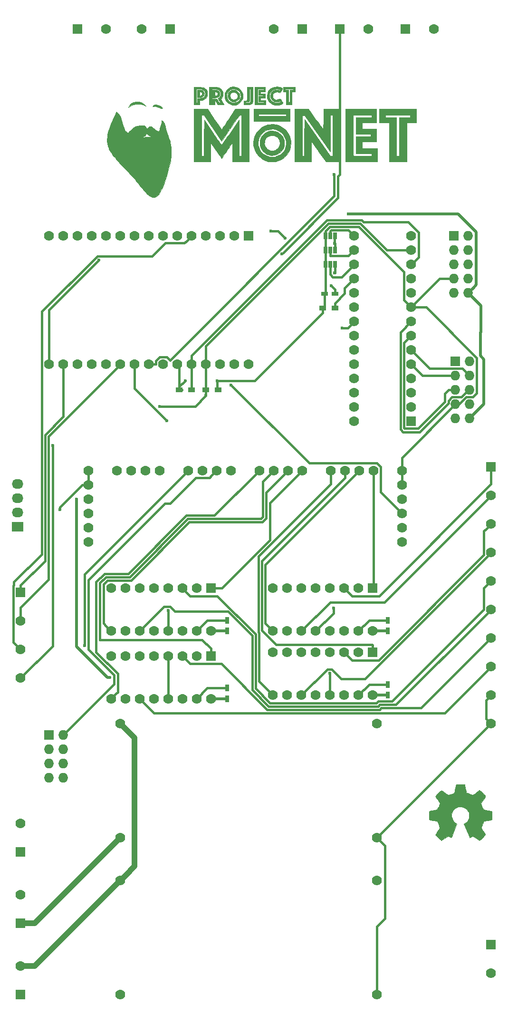
<source format=gtl>
G04 #@! TF.FileFunction,Copper,L1,Top,Signal*
%FSLAX46Y46*%
G04 Gerber Fmt 4.6, Leading zero omitted, Abs format (unit mm)*
G04 Created by KiCad (PCBNEW 4.0.3-stable) date Wednesday, August 17, 2016 'PMt' 02:01:32 PM*
%MOMM*%
%LPD*%
G01*
G04 APERTURE LIST*
%ADD10C,0.100000*%
%ADD11C,0.010000*%
%ADD12R,1.778000X1.778000*%
%ADD13C,1.778000*%
%ADD14R,0.635000X1.270000*%
%ADD15R,1.200000X0.900000*%
%ADD16R,2.032000X1.727200*%
%ADD17O,2.032000X1.727200*%
%ADD18R,0.750000X1.200000*%
%ADD19R,1.200000X0.750000*%
%ADD20R,1.727200X1.727200*%
%ADD21O,1.727200X1.727200*%
%ADD22C,0.600000*%
%ADD23C,0.400000*%
%ADD24C,1.000000*%
%ADD25C,0.500000*%
G04 APERTURE END LIST*
D10*
D11*
G36*
X107187837Y-262975211D02*
X107237474Y-263235630D01*
X107283296Y-263459297D01*
X107321235Y-263627568D01*
X107347227Y-263721794D01*
X107353437Y-263734648D01*
X107421966Y-263774947D01*
X107560439Y-263839105D01*
X107742927Y-263916752D01*
X107943500Y-263997515D01*
X108136225Y-264071023D01*
X108295173Y-264126905D01*
X108394413Y-264154789D01*
X108407328Y-264156173D01*
X108480228Y-264128618D01*
X108618897Y-264052868D01*
X108805830Y-263939295D01*
X109023526Y-263798270D01*
X109113460Y-263737746D01*
X109728604Y-263319319D01*
X110249144Y-263839912D01*
X110440465Y-264027310D01*
X110579359Y-264166688D01*
X110666082Y-264276750D01*
X110700889Y-264376197D01*
X110684035Y-264483731D01*
X110615776Y-264618054D01*
X110496368Y-264797868D01*
X110326066Y-265041875D01*
X110266742Y-265127975D01*
X109916504Y-265639490D01*
X110054202Y-265979495D01*
X110142841Y-266191733D01*
X110235676Y-266403709D01*
X110302636Y-266548483D01*
X110413373Y-266777466D01*
X111115140Y-266909208D01*
X111372750Y-266960370D01*
X111595341Y-267009843D01*
X111763205Y-267052853D01*
X111856634Y-267084623D01*
X111867435Y-267091477D01*
X111886765Y-267162063D01*
X111899784Y-267319385D01*
X111905779Y-267548529D01*
X111904036Y-267834580D01*
X111903743Y-267849591D01*
X111889525Y-268557179D01*
X111192137Y-268685466D01*
X110935368Y-268735568D01*
X110713781Y-268784199D01*
X110547144Y-268826617D01*
X110455222Y-268858081D01*
X110445221Y-268864622D01*
X110407238Y-268930925D01*
X110343878Y-269068351D01*
X110264989Y-269252510D01*
X110180416Y-269459008D01*
X110100004Y-269663454D01*
X110033600Y-269841454D01*
X109991049Y-269968617D01*
X109980707Y-270015421D01*
X110008312Y-270075510D01*
X110083835Y-270201322D01*
X110196336Y-270375514D01*
X110334877Y-270580743D01*
X110362471Y-270620702D01*
X110504434Y-270828702D01*
X110622466Y-271007634D01*
X110705677Y-271140538D01*
X110743176Y-271210454D01*
X110744234Y-271215235D01*
X110709838Y-271266389D01*
X110617436Y-271371124D01*
X110483207Y-271513306D01*
X110323332Y-271676800D01*
X110153991Y-271845472D01*
X109991362Y-272003185D01*
X109851627Y-272133806D01*
X109750965Y-272221199D01*
X109707034Y-272249559D01*
X109651547Y-272222066D01*
X109529478Y-272146740D01*
X109357518Y-272034308D01*
X109152357Y-271895499D01*
X109098814Y-271858610D01*
X108533389Y-271467661D01*
X108237260Y-271629150D01*
X108077592Y-271713090D01*
X107983973Y-271750074D01*
X107934781Y-271744888D01*
X107908391Y-271702317D01*
X107908259Y-271701963D01*
X107880151Y-271631576D01*
X107818774Y-271481279D01*
X107729931Y-271265171D01*
X107619428Y-270997349D01*
X107493068Y-270691912D01*
X107400248Y-270467996D01*
X106925109Y-269322706D01*
X107040383Y-269246353D01*
X107312559Y-269027927D01*
X107552156Y-268764346D01*
X107726487Y-268491600D01*
X107727261Y-268490029D01*
X107803338Y-268317239D01*
X107846130Y-268159703D01*
X107864178Y-267974867D01*
X107866627Y-267795652D01*
X107860827Y-267573878D01*
X107838781Y-267410990D01*
X107790285Y-267264249D01*
X107705132Y-267090918D01*
X107692869Y-267067983D01*
X107462140Y-266735015D01*
X107174572Y-266482936D01*
X106838113Y-266316681D01*
X106460708Y-266241186D01*
X106355092Y-266237019D01*
X105983082Y-266259701D01*
X105674161Y-266340535D01*
X105401724Y-266489516D01*
X105176122Y-266679959D01*
X104943918Y-266973283D01*
X104788423Y-267314819D01*
X104713430Y-267683210D01*
X104722730Y-268057101D01*
X104820115Y-268415136D01*
X104854536Y-268491292D01*
X105032847Y-268775302D01*
X105284657Y-269038441D01*
X105515916Y-269221692D01*
X105657738Y-269324139D01*
X105193065Y-270443262D01*
X105059887Y-270764256D01*
X104937890Y-271058768D01*
X104833129Y-271312141D01*
X104751662Y-271509718D01*
X104699544Y-271636841D01*
X104684793Y-271673420D01*
X104641194Y-271784455D01*
X104354176Y-271629000D01*
X104067158Y-271473544D01*
X103491884Y-271861552D01*
X103278263Y-272003529D01*
X103093767Y-272122197D01*
X102955187Y-272207049D01*
X102879314Y-272247578D01*
X102871852Y-272249559D01*
X102821481Y-272215336D01*
X102714330Y-272121465D01*
X102564738Y-271981144D01*
X102387041Y-271807572D01*
X102331756Y-271752356D01*
X102151785Y-271569236D01*
X102001021Y-271411124D01*
X101892574Y-271292133D01*
X101839556Y-271226374D01*
X101836419Y-271219178D01*
X101863725Y-271166089D01*
X101938473Y-271046147D01*
X102049908Y-270876028D01*
X102187274Y-270672408D01*
X102218182Y-270627282D01*
X102360270Y-270415085D01*
X102478372Y-270228635D01*
X102561565Y-270085930D01*
X102598929Y-270004970D01*
X102599946Y-269998136D01*
X102580916Y-269919746D01*
X102530535Y-269773295D01*
X102458864Y-269583720D01*
X102375967Y-269375961D01*
X102291906Y-269174954D01*
X102216742Y-269005639D01*
X102160538Y-268892952D01*
X102143271Y-268866327D01*
X102076598Y-268835596D01*
X101929373Y-268794162D01*
X101721647Y-268746903D01*
X101473471Y-268698698D01*
X101404470Y-268686557D01*
X100716579Y-268568129D01*
X100716579Y-267813822D01*
X100717117Y-267522508D01*
X100720278Y-267317158D01*
X100728380Y-267181935D01*
X100743744Y-267100999D01*
X100768689Y-267058514D01*
X100805534Y-267038639D01*
X100831108Y-267031753D01*
X100924699Y-267011855D01*
X101094139Y-266978370D01*
X101315133Y-266936018D01*
X101556459Y-266890804D01*
X102167280Y-266777616D01*
X102278016Y-266548557D01*
X102356131Y-266378758D01*
X102449612Y-266163969D01*
X102528263Y-265974993D01*
X102667773Y-265630486D01*
X102252096Y-265024685D01*
X102104066Y-264806099D01*
X101979289Y-264616419D01*
X101888080Y-264471751D01*
X101840754Y-264388200D01*
X101836419Y-264375651D01*
X101870671Y-264325557D01*
X101962679Y-264221587D01*
X102096321Y-264079892D01*
X102255475Y-263916624D01*
X102424018Y-263747934D01*
X102585830Y-263589975D01*
X102724787Y-263458897D01*
X102824768Y-263370853D01*
X102868434Y-263341744D01*
X102921709Y-263369261D01*
X103042143Y-263444809D01*
X103213602Y-263557882D01*
X103419952Y-263697977D01*
X103493837Y-263748958D01*
X103713579Y-263896732D01*
X103909999Y-264020572D01*
X104065122Y-264109741D01*
X104160975Y-264153503D01*
X104175580Y-264156173D01*
X104259832Y-264137151D01*
X104410205Y-264087165D01*
X104599893Y-264016836D01*
X104802093Y-263936782D01*
X104990000Y-263857623D01*
X105136812Y-263789979D01*
X105215722Y-263744470D01*
X105216560Y-263743737D01*
X105241835Y-263681329D01*
X105280101Y-263537604D01*
X105326879Y-263331540D01*
X105377689Y-263082114D01*
X105398038Y-262974989D01*
X105533442Y-262247355D01*
X107053816Y-262247355D01*
X107187837Y-262975211D01*
X107187837Y-262975211D01*
G37*
X107187837Y-262975211D02*
X107237474Y-263235630D01*
X107283296Y-263459297D01*
X107321235Y-263627568D01*
X107347227Y-263721794D01*
X107353437Y-263734648D01*
X107421966Y-263774947D01*
X107560439Y-263839105D01*
X107742927Y-263916752D01*
X107943500Y-263997515D01*
X108136225Y-264071023D01*
X108295173Y-264126905D01*
X108394413Y-264154789D01*
X108407328Y-264156173D01*
X108480228Y-264128618D01*
X108618897Y-264052868D01*
X108805830Y-263939295D01*
X109023526Y-263798270D01*
X109113460Y-263737746D01*
X109728604Y-263319319D01*
X110249144Y-263839912D01*
X110440465Y-264027310D01*
X110579359Y-264166688D01*
X110666082Y-264276750D01*
X110700889Y-264376197D01*
X110684035Y-264483731D01*
X110615776Y-264618054D01*
X110496368Y-264797868D01*
X110326066Y-265041875D01*
X110266742Y-265127975D01*
X109916504Y-265639490D01*
X110054202Y-265979495D01*
X110142841Y-266191733D01*
X110235676Y-266403709D01*
X110302636Y-266548483D01*
X110413373Y-266777466D01*
X111115140Y-266909208D01*
X111372750Y-266960370D01*
X111595341Y-267009843D01*
X111763205Y-267052853D01*
X111856634Y-267084623D01*
X111867435Y-267091477D01*
X111886765Y-267162063D01*
X111899784Y-267319385D01*
X111905779Y-267548529D01*
X111904036Y-267834580D01*
X111903743Y-267849591D01*
X111889525Y-268557179D01*
X111192137Y-268685466D01*
X110935368Y-268735568D01*
X110713781Y-268784199D01*
X110547144Y-268826617D01*
X110455222Y-268858081D01*
X110445221Y-268864622D01*
X110407238Y-268930925D01*
X110343878Y-269068351D01*
X110264989Y-269252510D01*
X110180416Y-269459008D01*
X110100004Y-269663454D01*
X110033600Y-269841454D01*
X109991049Y-269968617D01*
X109980707Y-270015421D01*
X110008312Y-270075510D01*
X110083835Y-270201322D01*
X110196336Y-270375514D01*
X110334877Y-270580743D01*
X110362471Y-270620702D01*
X110504434Y-270828702D01*
X110622466Y-271007634D01*
X110705677Y-271140538D01*
X110743176Y-271210454D01*
X110744234Y-271215235D01*
X110709838Y-271266389D01*
X110617436Y-271371124D01*
X110483207Y-271513306D01*
X110323332Y-271676800D01*
X110153991Y-271845472D01*
X109991362Y-272003185D01*
X109851627Y-272133806D01*
X109750965Y-272221199D01*
X109707034Y-272249559D01*
X109651547Y-272222066D01*
X109529478Y-272146740D01*
X109357518Y-272034308D01*
X109152357Y-271895499D01*
X109098814Y-271858610D01*
X108533389Y-271467661D01*
X108237260Y-271629150D01*
X108077592Y-271713090D01*
X107983973Y-271750074D01*
X107934781Y-271744888D01*
X107908391Y-271702317D01*
X107908259Y-271701963D01*
X107880151Y-271631576D01*
X107818774Y-271481279D01*
X107729931Y-271265171D01*
X107619428Y-270997349D01*
X107493068Y-270691912D01*
X107400248Y-270467996D01*
X106925109Y-269322706D01*
X107040383Y-269246353D01*
X107312559Y-269027927D01*
X107552156Y-268764346D01*
X107726487Y-268491600D01*
X107727261Y-268490029D01*
X107803338Y-268317239D01*
X107846130Y-268159703D01*
X107864178Y-267974867D01*
X107866627Y-267795652D01*
X107860827Y-267573878D01*
X107838781Y-267410990D01*
X107790285Y-267264249D01*
X107705132Y-267090918D01*
X107692869Y-267067983D01*
X107462140Y-266735015D01*
X107174572Y-266482936D01*
X106838113Y-266316681D01*
X106460708Y-266241186D01*
X106355092Y-266237019D01*
X105983082Y-266259701D01*
X105674161Y-266340535D01*
X105401724Y-266489516D01*
X105176122Y-266679959D01*
X104943918Y-266973283D01*
X104788423Y-267314819D01*
X104713430Y-267683210D01*
X104722730Y-268057101D01*
X104820115Y-268415136D01*
X104854536Y-268491292D01*
X105032847Y-268775302D01*
X105284657Y-269038441D01*
X105515916Y-269221692D01*
X105657738Y-269324139D01*
X105193065Y-270443262D01*
X105059887Y-270764256D01*
X104937890Y-271058768D01*
X104833129Y-271312141D01*
X104751662Y-271509718D01*
X104699544Y-271636841D01*
X104684793Y-271673420D01*
X104641194Y-271784455D01*
X104354176Y-271629000D01*
X104067158Y-271473544D01*
X103491884Y-271861552D01*
X103278263Y-272003529D01*
X103093767Y-272122197D01*
X102955187Y-272207049D01*
X102879314Y-272247578D01*
X102871852Y-272249559D01*
X102821481Y-272215336D01*
X102714330Y-272121465D01*
X102564738Y-271981144D01*
X102387041Y-271807572D01*
X102331756Y-271752356D01*
X102151785Y-271569236D01*
X102001021Y-271411124D01*
X101892574Y-271292133D01*
X101839556Y-271226374D01*
X101836419Y-271219178D01*
X101863725Y-271166089D01*
X101938473Y-271046147D01*
X102049908Y-270876028D01*
X102187274Y-270672408D01*
X102218182Y-270627282D01*
X102360270Y-270415085D01*
X102478372Y-270228635D01*
X102561565Y-270085930D01*
X102598929Y-270004970D01*
X102599946Y-269998136D01*
X102580916Y-269919746D01*
X102530535Y-269773295D01*
X102458864Y-269583720D01*
X102375967Y-269375961D01*
X102291906Y-269174954D01*
X102216742Y-269005639D01*
X102160538Y-268892952D01*
X102143271Y-268866327D01*
X102076598Y-268835596D01*
X101929373Y-268794162D01*
X101721647Y-268746903D01*
X101473471Y-268698698D01*
X101404470Y-268686557D01*
X100716579Y-268568129D01*
X100716579Y-267813822D01*
X100717117Y-267522508D01*
X100720278Y-267317158D01*
X100728380Y-267181935D01*
X100743744Y-267100999D01*
X100768689Y-267058514D01*
X100805534Y-267038639D01*
X100831108Y-267031753D01*
X100924699Y-267011855D01*
X101094139Y-266978370D01*
X101315133Y-266936018D01*
X101556459Y-266890804D01*
X102167280Y-266777616D01*
X102278016Y-266548557D01*
X102356131Y-266378758D01*
X102449612Y-266163969D01*
X102528263Y-265974993D01*
X102667773Y-265630486D01*
X102252096Y-265024685D01*
X102104066Y-264806099D01*
X101979289Y-264616419D01*
X101888080Y-264471751D01*
X101840754Y-264388200D01*
X101836419Y-264375651D01*
X101870671Y-264325557D01*
X101962679Y-264221587D01*
X102096321Y-264079892D01*
X102255475Y-263916624D01*
X102424018Y-263747934D01*
X102585830Y-263589975D01*
X102724787Y-263458897D01*
X102824768Y-263370853D01*
X102868434Y-263341744D01*
X102921709Y-263369261D01*
X103042143Y-263444809D01*
X103213602Y-263557882D01*
X103419952Y-263697977D01*
X103493837Y-263748958D01*
X103713579Y-263896732D01*
X103909999Y-264020572D01*
X104065122Y-264109741D01*
X104160975Y-264153503D01*
X104175580Y-264156173D01*
X104259832Y-264137151D01*
X104410205Y-264087165D01*
X104599893Y-264016836D01*
X104802093Y-263936782D01*
X104990000Y-263857623D01*
X105136812Y-263789979D01*
X105215722Y-263744470D01*
X105216560Y-263743737D01*
X105241835Y-263681329D01*
X105280101Y-263537604D01*
X105326879Y-263331540D01*
X105377689Y-263082114D01*
X105398038Y-262974989D01*
X105533442Y-262247355D01*
X107053816Y-262247355D01*
X107187837Y-262975211D01*
G36*
X45257266Y-142712447D02*
X45441595Y-142936741D01*
X45601989Y-143192585D01*
X45745933Y-143496361D01*
X45880914Y-143864456D01*
X46014416Y-144313253D01*
X46050987Y-144449660D01*
X46194443Y-144951952D01*
X46336158Y-145358639D01*
X46478934Y-145675819D01*
X46625572Y-145909590D01*
X46778870Y-146066049D01*
X46800605Y-146081841D01*
X46924198Y-146162200D01*
X47013152Y-146210457D01*
X47033703Y-146216694D01*
X47070615Y-146191243D01*
X50221990Y-146191243D01*
X50247441Y-146216694D01*
X50272892Y-146191243D01*
X50247441Y-146165792D01*
X50221990Y-146191243D01*
X47070615Y-146191243D01*
X47083284Y-146182508D01*
X47186540Y-146090247D01*
X47326727Y-145955359D01*
X47438182Y-145843523D01*
X47787164Y-145513503D01*
X48111264Y-145266933D01*
X48428594Y-145094982D01*
X48757265Y-144988822D01*
X49115388Y-144939622D01*
X49304545Y-144933640D01*
X49640230Y-144942590D01*
X49890364Y-144975165D01*
X50069401Y-145035925D01*
X50191792Y-145129429D01*
X50260765Y-145235285D01*
X50330377Y-145357365D01*
X50393907Y-145431724D01*
X50407098Y-145439086D01*
X50472999Y-145417849D01*
X50587189Y-145343897D01*
X50708270Y-145247211D01*
X50854484Y-145133070D01*
X50981266Y-145073340D01*
X51105910Y-145072219D01*
X51245708Y-145133909D01*
X51417956Y-145262608D01*
X51639947Y-145462518D01*
X51655672Y-145477288D01*
X51935077Y-145717665D01*
X52175202Y-145877315D01*
X52372019Y-145954184D01*
X52521503Y-145946222D01*
X52548671Y-145932235D01*
X52601338Y-145859500D01*
X52670405Y-145708578D01*
X52749218Y-145500440D01*
X52831126Y-145256057D01*
X52909476Y-144996402D01*
X52977616Y-144742447D01*
X53028894Y-144515162D01*
X53056656Y-144335520D01*
X53057238Y-144328985D01*
X53085850Y-143993782D01*
X53275552Y-144201731D01*
X53382685Y-144323297D01*
X53463577Y-144431863D01*
X53526963Y-144548273D01*
X53581581Y-144693369D01*
X53636166Y-144887992D01*
X53699456Y-145152985D01*
X53729438Y-145284554D01*
X53802208Y-145581355D01*
X53887306Y-145890751D01*
X53973506Y-146173684D01*
X54041224Y-146369399D01*
X54209098Y-146817909D01*
X54342770Y-147190479D01*
X54447425Y-147505043D01*
X54528247Y-147779538D01*
X54590420Y-148031898D01*
X54639130Y-148280059D01*
X54679560Y-148541957D01*
X54688638Y-148609078D01*
X54700500Y-148757213D01*
X54709329Y-148983892D01*
X54715118Y-149265901D01*
X54717862Y-149580026D01*
X54717558Y-149903052D01*
X54714199Y-150211766D01*
X54707781Y-150482953D01*
X54698298Y-150693399D01*
X54689114Y-150797856D01*
X54627770Y-151175289D01*
X54532485Y-151634862D01*
X54406625Y-152163993D01*
X54253554Y-152750100D01*
X54076639Y-153380601D01*
X53879245Y-154042916D01*
X53664737Y-154724460D01*
X53525023Y-155149960D01*
X53370618Y-155574725D01*
X53193142Y-155999374D01*
X53003234Y-156402026D01*
X52811531Y-156760801D01*
X52628672Y-157053818D01*
X52542840Y-157170141D01*
X52304318Y-157422676D01*
X52050370Y-157607837D01*
X51796215Y-157717950D01*
X51557072Y-157745343D01*
X51443633Y-157724328D01*
X51258886Y-157656924D01*
X51074441Y-157566345D01*
X50884068Y-157446489D01*
X50681533Y-157291252D01*
X50460606Y-157094528D01*
X50215055Y-156850215D01*
X49938648Y-156552207D01*
X49625153Y-156194402D01*
X49268339Y-155770695D01*
X48861973Y-155274981D01*
X48555608Y-154895451D01*
X48264086Y-154541196D01*
X47926252Y-154144714D01*
X47567874Y-153735364D01*
X47214718Y-153342501D01*
X46892549Y-152995485D01*
X46835601Y-152935732D01*
X46284477Y-152357486D01*
X45801539Y-151844025D01*
X45381754Y-151389400D01*
X45020089Y-150987665D01*
X44711511Y-150632870D01*
X44450989Y-150319069D01*
X44233488Y-150040313D01*
X44053977Y-149790655D01*
X43907423Y-149564147D01*
X43788792Y-149354841D01*
X43762665Y-149304023D01*
X43617336Y-148957068D01*
X43492534Y-148548121D01*
X43397468Y-148116360D01*
X43341349Y-147700965D01*
X43330129Y-147463788D01*
X43336213Y-147326318D01*
X43347831Y-147183828D01*
X48873092Y-147183828D01*
X48884631Y-147227405D01*
X48920990Y-147234730D01*
X48990634Y-147208154D01*
X49000347Y-147183828D01*
X48963813Y-147134383D01*
X48952449Y-147132926D01*
X48883511Y-147169927D01*
X48873092Y-147183828D01*
X43347831Y-147183828D01*
X43352680Y-147124373D01*
X43356304Y-147088487D01*
X49111663Y-147088487D01*
X49137993Y-147116029D01*
X49153052Y-147126962D01*
X49257445Y-147163583D01*
X49305757Y-147160346D01*
X49385809Y-147141056D01*
X49540189Y-147106071D01*
X49743687Y-147061051D01*
X49891128Y-147028922D01*
X50164145Y-146980221D01*
X51392731Y-146980221D01*
X51411355Y-147022119D01*
X51426666Y-147014155D01*
X51428616Y-146994812D01*
X51502740Y-146994812D01*
X51515125Y-147023258D01*
X51566378Y-147077903D01*
X51595843Y-147066693D01*
X51596338Y-147059578D01*
X51560184Y-147016524D01*
X51537572Y-147000811D01*
X51502740Y-146994812D01*
X51428616Y-146994812D01*
X51432758Y-146953747D01*
X51426666Y-146946286D01*
X51396405Y-146953273D01*
X51392731Y-146980221D01*
X50164145Y-146980221D01*
X50196470Y-146974455D01*
X50504840Y-146939785D01*
X50789124Y-146926426D01*
X51022205Y-146935894D01*
X51146664Y-146958754D01*
X51238028Y-146950904D01*
X51269058Y-146923525D01*
X51277149Y-146886548D01*
X51247891Y-146899007D01*
X51195265Y-146907234D01*
X51189124Y-146891647D01*
X51145947Y-146848600D01*
X51038345Y-146794965D01*
X50998242Y-146779632D01*
X50818445Y-146699075D01*
X50635813Y-146591333D01*
X50478427Y-146475769D01*
X50374367Y-146371747D01*
X50352631Y-146334418D01*
X50317938Y-146275067D01*
X50277524Y-146309717D01*
X50270933Y-146319924D01*
X50230959Y-146432427D01*
X50222769Y-146504854D01*
X50174599Y-146630189D01*
X50043462Y-146758429D01*
X49846881Y-146876172D01*
X49622592Y-146963918D01*
X49462171Y-147018424D01*
X49344499Y-147067738D01*
X49301688Y-147095087D01*
X49235695Y-147115217D01*
X49174433Y-147104398D01*
X49111663Y-147088487D01*
X43356304Y-147088487D01*
X43375914Y-146894312D01*
X43402299Y-146672498D01*
X43423776Y-146522105D01*
X43499660Y-146163636D01*
X43622082Y-145731652D01*
X43785864Y-145240329D01*
X43985827Y-144703840D01*
X44216791Y-144136359D01*
X44473577Y-143552061D01*
X44637829Y-143199434D01*
X45000959Y-142436558D01*
X45257266Y-142712447D01*
X45257266Y-142712447D01*
G37*
X45257266Y-142712447D02*
X45441595Y-142936741D01*
X45601989Y-143192585D01*
X45745933Y-143496361D01*
X45880914Y-143864456D01*
X46014416Y-144313253D01*
X46050987Y-144449660D01*
X46194443Y-144951952D01*
X46336158Y-145358639D01*
X46478934Y-145675819D01*
X46625572Y-145909590D01*
X46778870Y-146066049D01*
X46800605Y-146081841D01*
X46924198Y-146162200D01*
X47013152Y-146210457D01*
X47033703Y-146216694D01*
X47070615Y-146191243D01*
X50221990Y-146191243D01*
X50247441Y-146216694D01*
X50272892Y-146191243D01*
X50247441Y-146165792D01*
X50221990Y-146191243D01*
X47070615Y-146191243D01*
X47083284Y-146182508D01*
X47186540Y-146090247D01*
X47326727Y-145955359D01*
X47438182Y-145843523D01*
X47787164Y-145513503D01*
X48111264Y-145266933D01*
X48428594Y-145094982D01*
X48757265Y-144988822D01*
X49115388Y-144939622D01*
X49304545Y-144933640D01*
X49640230Y-144942590D01*
X49890364Y-144975165D01*
X50069401Y-145035925D01*
X50191792Y-145129429D01*
X50260765Y-145235285D01*
X50330377Y-145357365D01*
X50393907Y-145431724D01*
X50407098Y-145439086D01*
X50472999Y-145417849D01*
X50587189Y-145343897D01*
X50708270Y-145247211D01*
X50854484Y-145133070D01*
X50981266Y-145073340D01*
X51105910Y-145072219D01*
X51245708Y-145133909D01*
X51417956Y-145262608D01*
X51639947Y-145462518D01*
X51655672Y-145477288D01*
X51935077Y-145717665D01*
X52175202Y-145877315D01*
X52372019Y-145954184D01*
X52521503Y-145946222D01*
X52548671Y-145932235D01*
X52601338Y-145859500D01*
X52670405Y-145708578D01*
X52749218Y-145500440D01*
X52831126Y-145256057D01*
X52909476Y-144996402D01*
X52977616Y-144742447D01*
X53028894Y-144515162D01*
X53056656Y-144335520D01*
X53057238Y-144328985D01*
X53085850Y-143993782D01*
X53275552Y-144201731D01*
X53382685Y-144323297D01*
X53463577Y-144431863D01*
X53526963Y-144548273D01*
X53581581Y-144693369D01*
X53636166Y-144887992D01*
X53699456Y-145152985D01*
X53729438Y-145284554D01*
X53802208Y-145581355D01*
X53887306Y-145890751D01*
X53973506Y-146173684D01*
X54041224Y-146369399D01*
X54209098Y-146817909D01*
X54342770Y-147190479D01*
X54447425Y-147505043D01*
X54528247Y-147779538D01*
X54590420Y-148031898D01*
X54639130Y-148280059D01*
X54679560Y-148541957D01*
X54688638Y-148609078D01*
X54700500Y-148757213D01*
X54709329Y-148983892D01*
X54715118Y-149265901D01*
X54717862Y-149580026D01*
X54717558Y-149903052D01*
X54714199Y-150211766D01*
X54707781Y-150482953D01*
X54698298Y-150693399D01*
X54689114Y-150797856D01*
X54627770Y-151175289D01*
X54532485Y-151634862D01*
X54406625Y-152163993D01*
X54253554Y-152750100D01*
X54076639Y-153380601D01*
X53879245Y-154042916D01*
X53664737Y-154724460D01*
X53525023Y-155149960D01*
X53370618Y-155574725D01*
X53193142Y-155999374D01*
X53003234Y-156402026D01*
X52811531Y-156760801D01*
X52628672Y-157053818D01*
X52542840Y-157170141D01*
X52304318Y-157422676D01*
X52050370Y-157607837D01*
X51796215Y-157717950D01*
X51557072Y-157745343D01*
X51443633Y-157724328D01*
X51258886Y-157656924D01*
X51074441Y-157566345D01*
X50884068Y-157446489D01*
X50681533Y-157291252D01*
X50460606Y-157094528D01*
X50215055Y-156850215D01*
X49938648Y-156552207D01*
X49625153Y-156194402D01*
X49268339Y-155770695D01*
X48861973Y-155274981D01*
X48555608Y-154895451D01*
X48264086Y-154541196D01*
X47926252Y-154144714D01*
X47567874Y-153735364D01*
X47214718Y-153342501D01*
X46892549Y-152995485D01*
X46835601Y-152935732D01*
X46284477Y-152357486D01*
X45801539Y-151844025D01*
X45381754Y-151389400D01*
X45020089Y-150987665D01*
X44711511Y-150632870D01*
X44450989Y-150319069D01*
X44233488Y-150040313D01*
X44053977Y-149790655D01*
X43907423Y-149564147D01*
X43788792Y-149354841D01*
X43762665Y-149304023D01*
X43617336Y-148957068D01*
X43492534Y-148548121D01*
X43397468Y-148116360D01*
X43341349Y-147700965D01*
X43330129Y-147463788D01*
X43336213Y-147326318D01*
X43347831Y-147183828D01*
X48873092Y-147183828D01*
X48884631Y-147227405D01*
X48920990Y-147234730D01*
X48990634Y-147208154D01*
X49000347Y-147183828D01*
X48963813Y-147134383D01*
X48952449Y-147132926D01*
X48883511Y-147169927D01*
X48873092Y-147183828D01*
X43347831Y-147183828D01*
X43352680Y-147124373D01*
X43356304Y-147088487D01*
X49111663Y-147088487D01*
X49137993Y-147116029D01*
X49153052Y-147126962D01*
X49257445Y-147163583D01*
X49305757Y-147160346D01*
X49385809Y-147141056D01*
X49540189Y-147106071D01*
X49743687Y-147061051D01*
X49891128Y-147028922D01*
X50164145Y-146980221D01*
X51392731Y-146980221D01*
X51411355Y-147022119D01*
X51426666Y-147014155D01*
X51428616Y-146994812D01*
X51502740Y-146994812D01*
X51515125Y-147023258D01*
X51566378Y-147077903D01*
X51595843Y-147066693D01*
X51596338Y-147059578D01*
X51560184Y-147016524D01*
X51537572Y-147000811D01*
X51502740Y-146994812D01*
X51428616Y-146994812D01*
X51432758Y-146953747D01*
X51426666Y-146946286D01*
X51396405Y-146953273D01*
X51392731Y-146980221D01*
X50164145Y-146980221D01*
X50196470Y-146974455D01*
X50504840Y-146939785D01*
X50789124Y-146926426D01*
X51022205Y-146935894D01*
X51146664Y-146958754D01*
X51238028Y-146950904D01*
X51269058Y-146923525D01*
X51277149Y-146886548D01*
X51247891Y-146899007D01*
X51195265Y-146907234D01*
X51189124Y-146891647D01*
X51145947Y-146848600D01*
X51038345Y-146794965D01*
X50998242Y-146779632D01*
X50818445Y-146699075D01*
X50635813Y-146591333D01*
X50478427Y-146475769D01*
X50374367Y-146371747D01*
X50352631Y-146334418D01*
X50317938Y-146275067D01*
X50277524Y-146309717D01*
X50270933Y-146319924D01*
X50230959Y-146432427D01*
X50222769Y-146504854D01*
X50174599Y-146630189D01*
X50043462Y-146758429D01*
X49846881Y-146876172D01*
X49622592Y-146963918D01*
X49462171Y-147018424D01*
X49344499Y-147067738D01*
X49301688Y-147095087D01*
X49235695Y-147115217D01*
X49174433Y-147104398D01*
X49111663Y-147088487D01*
X43356304Y-147088487D01*
X43375914Y-146894312D01*
X43402299Y-146672498D01*
X43423776Y-146522105D01*
X43499660Y-146163636D01*
X43622082Y-145731652D01*
X43785864Y-145240329D01*
X43985827Y-144703840D01*
X44216791Y-144136359D01*
X44473577Y-143552061D01*
X44637829Y-143199434D01*
X45000959Y-142436558D01*
X45257266Y-142712447D01*
G36*
X68648443Y-151408678D02*
X65696138Y-151408678D01*
X65696138Y-149692560D01*
X65695621Y-149223856D01*
X65693819Y-148848033D01*
X65690354Y-148556172D01*
X65684850Y-148339355D01*
X65676928Y-148188664D01*
X65666213Y-148095179D01*
X65652327Y-148049982D01*
X65634893Y-148044155D01*
X65626724Y-148050977D01*
X65581653Y-148110568D01*
X65487283Y-148243598D01*
X65351204Y-148439080D01*
X65181008Y-148686027D01*
X64984286Y-148973453D01*
X64768628Y-149290371D01*
X64678376Y-149423507D01*
X64458912Y-149747166D01*
X64257012Y-150044081D01*
X64079945Y-150303624D01*
X63934982Y-150515170D01*
X63829395Y-150668093D01*
X63770454Y-150751767D01*
X63761338Y-150763727D01*
X63724731Y-150733417D01*
X63638197Y-150628044D01*
X63508630Y-150457022D01*
X63342919Y-150229761D01*
X63147956Y-149955673D01*
X62930632Y-149644171D01*
X62762692Y-149399825D01*
X61802150Y-147993700D01*
X61788748Y-149701189D01*
X61775345Y-151408678D01*
X58824395Y-151408678D01*
X58824395Y-143111684D01*
X60147841Y-143111684D01*
X60147841Y-150345593D01*
X60580507Y-150314289D01*
X60605958Y-147133535D01*
X60631409Y-143952780D01*
X62151009Y-146166400D01*
X62442092Y-146590179D01*
X62716185Y-146988749D01*
X62967822Y-147354193D01*
X63191533Y-147678592D01*
X63381853Y-147954030D01*
X63533313Y-148172586D01*
X63640444Y-148326345D01*
X63697781Y-148407387D01*
X63705704Y-148417842D01*
X63740151Y-148384266D01*
X63826365Y-148273937D01*
X63958999Y-148094375D01*
X64132707Y-147853098D01*
X64342142Y-147557627D01*
X64581958Y-147215482D01*
X64846807Y-146834183D01*
X65131344Y-146421249D01*
X65291114Y-146188026D01*
X66841429Y-143920389D01*
X66854534Y-147130064D01*
X66867639Y-150339740D01*
X67274094Y-150339740D01*
X67274094Y-143111684D01*
X67072974Y-143111684D01*
X67031786Y-143109459D01*
X66996974Y-143106729D01*
X66964078Y-143109409D01*
X66928637Y-143123411D01*
X66886190Y-143154651D01*
X66832277Y-143209044D01*
X66762436Y-143292504D01*
X66672207Y-143410946D01*
X66557128Y-143570283D01*
X66412739Y-143776431D01*
X66234580Y-144035305D01*
X66018189Y-144352817D01*
X65759105Y-144734884D01*
X65452867Y-145187420D01*
X65095016Y-145716338D01*
X64977043Y-145890623D01*
X63733203Y-147727880D01*
X62160609Y-145419782D01*
X60588014Y-143111684D01*
X60147841Y-143111684D01*
X58824395Y-143111684D01*
X58824395Y-141991844D01*
X60033312Y-141992510D01*
X61242230Y-141993176D01*
X62463874Y-143797716D01*
X62723215Y-144179093D01*
X62966115Y-144533011D01*
X63186462Y-144850806D01*
X63378151Y-145123820D01*
X63535070Y-145343389D01*
X63651114Y-145500855D01*
X63720171Y-145587555D01*
X63736419Y-145602008D01*
X63774665Y-145561016D01*
X63863196Y-145443947D01*
X63995928Y-145259498D01*
X64166779Y-145016368D01*
X64369668Y-144723256D01*
X64598513Y-144388858D01*
X64847231Y-144021873D01*
X64998678Y-143796802D01*
X66210035Y-141991844D01*
X68648443Y-141991844D01*
X68648443Y-151408678D01*
X68648443Y-151408678D01*
G37*
X68648443Y-151408678D02*
X65696138Y-151408678D01*
X65696138Y-149692560D01*
X65695621Y-149223856D01*
X65693819Y-148848033D01*
X65690354Y-148556172D01*
X65684850Y-148339355D01*
X65676928Y-148188664D01*
X65666213Y-148095179D01*
X65652327Y-148049982D01*
X65634893Y-148044155D01*
X65626724Y-148050977D01*
X65581653Y-148110568D01*
X65487283Y-148243598D01*
X65351204Y-148439080D01*
X65181008Y-148686027D01*
X64984286Y-148973453D01*
X64768628Y-149290371D01*
X64678376Y-149423507D01*
X64458912Y-149747166D01*
X64257012Y-150044081D01*
X64079945Y-150303624D01*
X63934982Y-150515170D01*
X63829395Y-150668093D01*
X63770454Y-150751767D01*
X63761338Y-150763727D01*
X63724731Y-150733417D01*
X63638197Y-150628044D01*
X63508630Y-150457022D01*
X63342919Y-150229761D01*
X63147956Y-149955673D01*
X62930632Y-149644171D01*
X62762692Y-149399825D01*
X61802150Y-147993700D01*
X61788748Y-149701189D01*
X61775345Y-151408678D01*
X58824395Y-151408678D01*
X58824395Y-143111684D01*
X60147841Y-143111684D01*
X60147841Y-150345593D01*
X60580507Y-150314289D01*
X60605958Y-147133535D01*
X60631409Y-143952780D01*
X62151009Y-146166400D01*
X62442092Y-146590179D01*
X62716185Y-146988749D01*
X62967822Y-147354193D01*
X63191533Y-147678592D01*
X63381853Y-147954030D01*
X63533313Y-148172586D01*
X63640444Y-148326345D01*
X63697781Y-148407387D01*
X63705704Y-148417842D01*
X63740151Y-148384266D01*
X63826365Y-148273937D01*
X63958999Y-148094375D01*
X64132707Y-147853098D01*
X64342142Y-147557627D01*
X64581958Y-147215482D01*
X64846807Y-146834183D01*
X65131344Y-146421249D01*
X65291114Y-146188026D01*
X66841429Y-143920389D01*
X66854534Y-147130064D01*
X66867639Y-150339740D01*
X67274094Y-150339740D01*
X67274094Y-143111684D01*
X67072974Y-143111684D01*
X67031786Y-143109459D01*
X66996974Y-143106729D01*
X66964078Y-143109409D01*
X66928637Y-143123411D01*
X66886190Y-143154651D01*
X66832277Y-143209044D01*
X66762436Y-143292504D01*
X66672207Y-143410946D01*
X66557128Y-143570283D01*
X66412739Y-143776431D01*
X66234580Y-144035305D01*
X66018189Y-144352817D01*
X65759105Y-144734884D01*
X65452867Y-145187420D01*
X65095016Y-145716338D01*
X64977043Y-145890623D01*
X63733203Y-147727880D01*
X62160609Y-145419782D01*
X60588014Y-143111684D01*
X60147841Y-143111684D01*
X58824395Y-143111684D01*
X58824395Y-141991844D01*
X60033312Y-141992510D01*
X61242230Y-141993176D01*
X62463874Y-143797716D01*
X62723215Y-144179093D01*
X62966115Y-144533011D01*
X63186462Y-144850806D01*
X63378151Y-145123820D01*
X63535070Y-145343389D01*
X63651114Y-145500855D01*
X63720171Y-145587555D01*
X63736419Y-145602008D01*
X63774665Y-145561016D01*
X63863196Y-145443947D01*
X63995928Y-145259498D01*
X64166779Y-145016368D01*
X64369668Y-144723256D01*
X64598513Y-144388858D01*
X64847231Y-144021873D01*
X64998678Y-143796802D01*
X66210035Y-141991844D01*
X68648443Y-141991844D01*
X68648443Y-151408678D01*
G36*
X73023583Y-144720829D02*
X73232350Y-144732708D01*
X73405312Y-144757788D01*
X73575439Y-144801002D01*
X73775705Y-144867285D01*
X73795519Y-144874263D01*
X74337588Y-145115987D01*
X74817049Y-145432203D01*
X75228169Y-145814942D01*
X75565214Y-146256238D01*
X75822452Y-146748124D01*
X75994149Y-147282631D01*
X76074572Y-147851792D01*
X76080106Y-148049159D01*
X76031617Y-148622235D01*
X75890973Y-149165724D01*
X75665409Y-149670717D01*
X75362158Y-150128309D01*
X74988456Y-150529594D01*
X74551538Y-150865665D01*
X74058637Y-151127615D01*
X73516988Y-151306538D01*
X73415922Y-151329023D01*
X72854328Y-151398033D01*
X72293744Y-151377038D01*
X72007962Y-151329524D01*
X71805058Y-151272300D01*
X71557654Y-151182893D01*
X71310592Y-151077924D01*
X71244435Y-151046468D01*
X71018234Y-150926645D01*
X70824625Y-150799494D01*
X70632973Y-150642030D01*
X70412646Y-150431270D01*
X70377790Y-150396224D01*
X69996388Y-149954972D01*
X69712000Y-149495367D01*
X69520125Y-149006673D01*
X69416258Y-148478151D01*
X69393405Y-148049159D01*
X69404399Y-147897183D01*
X70243020Y-147897183D01*
X70261501Y-148374685D01*
X70381703Y-148853389D01*
X70511223Y-149159583D01*
X70765045Y-149567712D01*
X71089562Y-149913138D01*
X71471165Y-150189584D01*
X71896244Y-150390774D01*
X72351189Y-150510431D01*
X72822390Y-150542278D01*
X73296237Y-150480039D01*
X73347020Y-150467418D01*
X73788556Y-150304086D01*
X74201002Y-150058509D01*
X74562081Y-149746741D01*
X74849516Y-149384834D01*
X74849597Y-149384707D01*
X75034380Y-149041884D01*
X75149933Y-148690398D01*
X75203404Y-148301454D01*
X75206403Y-147947355D01*
X75194926Y-147695089D01*
X75175827Y-147509827D01*
X75141362Y-147356767D01*
X75083788Y-147201110D01*
X74999197Y-147016110D01*
X74736683Y-146575335D01*
X74404948Y-146204199D01*
X74012054Y-145909481D01*
X73566063Y-145697962D01*
X73354744Y-145632911D01*
X72877836Y-145559129D01*
X72403144Y-145580360D01*
X71944088Y-145690440D01*
X71514092Y-145883205D01*
X71126576Y-146152491D01*
X70794963Y-146492136D01*
X70532674Y-146895974D01*
X70511223Y-146938735D01*
X70326261Y-147419120D01*
X70243020Y-147897183D01*
X69404399Y-147897183D01*
X69434536Y-147480602D01*
X69560803Y-146961122D01*
X69776510Y-146480467D01*
X70085964Y-146028383D01*
X70377291Y-145706762D01*
X70698692Y-145410388D01*
X71008200Y-145183221D01*
X71340253Y-145003814D01*
X71729290Y-144850723D01*
X71778904Y-144833947D01*
X71961268Y-144779308D01*
X72135472Y-144744204D01*
X72332721Y-144724869D01*
X72584218Y-144717538D01*
X72746038Y-144717216D01*
X73023583Y-144720829D01*
X73023583Y-144720829D01*
G37*
X73023583Y-144720829D02*
X73232350Y-144732708D01*
X73405312Y-144757788D01*
X73575439Y-144801002D01*
X73775705Y-144867285D01*
X73795519Y-144874263D01*
X74337588Y-145115987D01*
X74817049Y-145432203D01*
X75228169Y-145814942D01*
X75565214Y-146256238D01*
X75822452Y-146748124D01*
X75994149Y-147282631D01*
X76074572Y-147851792D01*
X76080106Y-148049159D01*
X76031617Y-148622235D01*
X75890973Y-149165724D01*
X75665409Y-149670717D01*
X75362158Y-150128309D01*
X74988456Y-150529594D01*
X74551538Y-150865665D01*
X74058637Y-151127615D01*
X73516988Y-151306538D01*
X73415922Y-151329023D01*
X72854328Y-151398033D01*
X72293744Y-151377038D01*
X72007962Y-151329524D01*
X71805058Y-151272300D01*
X71557654Y-151182893D01*
X71310592Y-151077924D01*
X71244435Y-151046468D01*
X71018234Y-150926645D01*
X70824625Y-150799494D01*
X70632973Y-150642030D01*
X70412646Y-150431270D01*
X70377790Y-150396224D01*
X69996388Y-149954972D01*
X69712000Y-149495367D01*
X69520125Y-149006673D01*
X69416258Y-148478151D01*
X69393405Y-148049159D01*
X69404399Y-147897183D01*
X70243020Y-147897183D01*
X70261501Y-148374685D01*
X70381703Y-148853389D01*
X70511223Y-149159583D01*
X70765045Y-149567712D01*
X71089562Y-149913138D01*
X71471165Y-150189584D01*
X71896244Y-150390774D01*
X72351189Y-150510431D01*
X72822390Y-150542278D01*
X73296237Y-150480039D01*
X73347020Y-150467418D01*
X73788556Y-150304086D01*
X74201002Y-150058509D01*
X74562081Y-149746741D01*
X74849516Y-149384834D01*
X74849597Y-149384707D01*
X75034380Y-149041884D01*
X75149933Y-148690398D01*
X75203404Y-148301454D01*
X75206403Y-147947355D01*
X75194926Y-147695089D01*
X75175827Y-147509827D01*
X75141362Y-147356767D01*
X75083788Y-147201110D01*
X74999197Y-147016110D01*
X74736683Y-146575335D01*
X74404948Y-146204199D01*
X74012054Y-145909481D01*
X73566063Y-145697962D01*
X73354744Y-145632911D01*
X72877836Y-145559129D01*
X72403144Y-145580360D01*
X71944088Y-145690440D01*
X71514092Y-145883205D01*
X71126576Y-146152491D01*
X70794963Y-146492136D01*
X70532674Y-146895974D01*
X70511223Y-146938735D01*
X70326261Y-147419120D01*
X70243020Y-147897183D01*
X69404399Y-147897183D01*
X69434536Y-147480602D01*
X69560803Y-146961122D01*
X69776510Y-146480467D01*
X70085964Y-146028383D01*
X70377291Y-145706762D01*
X70698692Y-145410388D01*
X71008200Y-145183221D01*
X71340253Y-145003814D01*
X71729290Y-144850723D01*
X71778904Y-144833947D01*
X71961268Y-144779308D01*
X72135472Y-144744204D01*
X72332721Y-144724869D01*
X72584218Y-144717538D01*
X72746038Y-144717216D01*
X73023583Y-144720829D01*
G36*
X84784314Y-151408678D02*
X83549946Y-151406344D01*
X82315577Y-151404011D01*
X81068483Y-149647072D01*
X80801293Y-149271468D01*
X80550728Y-148920810D01*
X80323242Y-148604015D01*
X80125288Y-148329997D01*
X79963318Y-148107671D01*
X79843785Y-147945953D01*
X79773141Y-147853758D01*
X79757761Y-147836159D01*
X79740485Y-147840081D01*
X79726453Y-147889436D01*
X79715377Y-147992265D01*
X79706964Y-148156607D01*
X79700924Y-148390503D01*
X79696966Y-148701992D01*
X79694800Y-149099116D01*
X79694134Y-149589914D01*
X79694134Y-151408678D01*
X76792731Y-151408678D01*
X76792731Y-150339740D01*
X78065276Y-150339740D01*
X78471737Y-150339740D01*
X78484839Y-147106872D01*
X78497942Y-143874004D01*
X83114754Y-150339740D01*
X83511769Y-150339740D01*
X83511769Y-143111684D01*
X83104555Y-143111684D01*
X83104555Y-149591502D01*
X80799683Y-146364318D01*
X78494812Y-143137135D01*
X78280044Y-143121482D01*
X78065276Y-143105830D01*
X78065276Y-150339740D01*
X76792731Y-150339740D01*
X76792731Y-141991844D01*
X78001649Y-141991954D01*
X79210567Y-141992063D01*
X80505089Y-143801681D01*
X80777080Y-144181178D01*
X81031532Y-144534815D01*
X81262212Y-144854030D01*
X81462887Y-145130265D01*
X81627327Y-145354957D01*
X81749297Y-145519547D01*
X81822568Y-145615474D01*
X81841261Y-145637041D01*
X81850797Y-145594074D01*
X81859565Y-145460442D01*
X81867308Y-145247282D01*
X81873771Y-144965731D01*
X81878697Y-144626927D01*
X81881829Y-144242006D01*
X81882912Y-143827313D01*
X81882912Y-141991844D01*
X84784314Y-141991844D01*
X84784314Y-151408678D01*
X84784314Y-151408678D01*
G37*
X84784314Y-151408678D02*
X83549946Y-151406344D01*
X82315577Y-151404011D01*
X81068483Y-149647072D01*
X80801293Y-149271468D01*
X80550728Y-148920810D01*
X80323242Y-148604015D01*
X80125288Y-148329997D01*
X79963318Y-148107671D01*
X79843785Y-147945953D01*
X79773141Y-147853758D01*
X79757761Y-147836159D01*
X79740485Y-147840081D01*
X79726453Y-147889436D01*
X79715377Y-147992265D01*
X79706964Y-148156607D01*
X79700924Y-148390503D01*
X79696966Y-148701992D01*
X79694800Y-149099116D01*
X79694134Y-149589914D01*
X79694134Y-151408678D01*
X76792731Y-151408678D01*
X76792731Y-150339740D01*
X78065276Y-150339740D01*
X78471737Y-150339740D01*
X78484839Y-147106872D01*
X78497942Y-143874004D01*
X83114754Y-150339740D01*
X83511769Y-150339740D01*
X83511769Y-143111684D01*
X83104555Y-143111684D01*
X83104555Y-149591502D01*
X80799683Y-146364318D01*
X78494812Y-143137135D01*
X78280044Y-143121482D01*
X78065276Y-143105830D01*
X78065276Y-150339740D01*
X76792731Y-150339740D01*
X76792731Y-141991844D01*
X78001649Y-141991954D01*
X79210567Y-141992063D01*
X80505089Y-143801681D01*
X80777080Y-144181178D01*
X81031532Y-144534815D01*
X81262212Y-144854030D01*
X81462887Y-145130265D01*
X81627327Y-145354957D01*
X81749297Y-145519547D01*
X81822568Y-145615474D01*
X81841261Y-145637041D01*
X81850797Y-145594074D01*
X81859565Y-145460442D01*
X81867308Y-145247282D01*
X81873771Y-144965731D01*
X81878697Y-144626927D01*
X81881829Y-144242006D01*
X81882912Y-143827313D01*
X81882912Y-141991844D01*
X84784314Y-141991844D01*
X84784314Y-151408678D01*
G36*
X91350647Y-144435131D02*
X88805557Y-144435131D01*
X88805557Y-145554970D01*
X91299745Y-145554970D01*
X91299745Y-147845551D01*
X88805557Y-147845551D01*
X88805557Y-148965391D01*
X91452451Y-148965391D01*
X91452451Y-151408678D01*
X85853252Y-151408678D01*
X85853252Y-143111684D01*
X87176699Y-143111684D01*
X87176699Y-146691777D01*
X87177170Y-147286413D01*
X87178530Y-147851117D01*
X87180703Y-148377659D01*
X87183611Y-148857811D01*
X87187177Y-149283344D01*
X87191324Y-149646028D01*
X87195974Y-149937636D01*
X87201050Y-150149937D01*
X87206475Y-150274704D01*
X87210634Y-150305805D01*
X87268077Y-150314149D01*
X87414802Y-150321749D01*
X87638284Y-150328343D01*
X87926004Y-150333671D01*
X88265438Y-150337472D01*
X88644064Y-150339485D01*
X88839491Y-150339740D01*
X90434415Y-150339740D01*
X90434415Y-149932525D01*
X87634815Y-149932525D01*
X87634815Y-146880107D01*
X88970988Y-146866537D01*
X90307160Y-146852966D01*
X90307160Y-146496654D01*
X88970988Y-146483083D01*
X87634815Y-146469512D01*
X87634815Y-143467996D01*
X90434415Y-143467996D01*
X90434415Y-143111684D01*
X87176699Y-143111684D01*
X85853252Y-143111684D01*
X85853252Y-141991844D01*
X91350647Y-141991844D01*
X91350647Y-144435131D01*
X91350647Y-144435131D01*
G37*
X91350647Y-144435131D02*
X88805557Y-144435131D01*
X88805557Y-145554970D01*
X91299745Y-145554970D01*
X91299745Y-147845551D01*
X88805557Y-147845551D01*
X88805557Y-148965391D01*
X91452451Y-148965391D01*
X91452451Y-151408678D01*
X85853252Y-151408678D01*
X85853252Y-143111684D01*
X87176699Y-143111684D01*
X87176699Y-146691777D01*
X87177170Y-147286413D01*
X87178530Y-147851117D01*
X87180703Y-148377659D01*
X87183611Y-148857811D01*
X87187177Y-149283344D01*
X87191324Y-149646028D01*
X87195974Y-149937636D01*
X87201050Y-150149937D01*
X87206475Y-150274704D01*
X87210634Y-150305805D01*
X87268077Y-150314149D01*
X87414802Y-150321749D01*
X87638284Y-150328343D01*
X87926004Y-150333671D01*
X88265438Y-150337472D01*
X88644064Y-150339485D01*
X88839491Y-150339740D01*
X90434415Y-150339740D01*
X90434415Y-149932525D01*
X87634815Y-149932525D01*
X87634815Y-146880107D01*
X88970988Y-146866537D01*
X90307160Y-146852966D01*
X90307160Y-146496654D01*
X88970988Y-146483083D01*
X87634815Y-146469512D01*
X87634815Y-143467996D01*
X90434415Y-143467996D01*
X90434415Y-143111684D01*
X87176699Y-143111684D01*
X85853252Y-143111684D01*
X85853252Y-141991844D01*
X91350647Y-141991844D01*
X91350647Y-144435131D01*
G36*
X98425998Y-144435131D02*
X96695336Y-144435131D01*
X96695336Y-151408678D01*
X93590326Y-151408678D01*
X93590326Y-144435131D01*
X91859665Y-144435131D01*
X91859665Y-143111684D01*
X92928603Y-143111684D01*
X92928603Y-143467996D01*
X94913773Y-143467996D01*
X94913773Y-150345593D01*
X95346439Y-150314289D01*
X95359522Y-146891143D01*
X95372606Y-143467996D01*
X97357060Y-143467996D01*
X97357060Y-143111684D01*
X92928603Y-143111684D01*
X91859665Y-143111684D01*
X91859665Y-141991844D01*
X98425998Y-141991844D01*
X98425998Y-144435131D01*
X98425998Y-144435131D01*
G37*
X98425998Y-144435131D02*
X96695336Y-144435131D01*
X96695336Y-151408678D01*
X93590326Y-151408678D01*
X93590326Y-144435131D01*
X91859665Y-144435131D01*
X91859665Y-143111684D01*
X92928603Y-143111684D01*
X92928603Y-143467996D01*
X94913773Y-143467996D01*
X94913773Y-150345593D01*
X95346439Y-150314289D01*
X95359522Y-146891143D01*
X95372606Y-143467996D01*
X97357060Y-143467996D01*
X97357060Y-143111684D01*
X92928603Y-143111684D01*
X91859665Y-143111684D01*
X91859665Y-141991844D01*
X98425998Y-141991844D01*
X98425998Y-144435131D01*
G36*
X75927401Y-144129720D02*
X69513773Y-144129720D01*
X69513773Y-142908076D01*
X70277300Y-142908076D01*
X70277300Y-143213487D01*
X75214775Y-143213487D01*
X75214775Y-142908076D01*
X70277300Y-142908076D01*
X69513773Y-142908076D01*
X69513773Y-141991844D01*
X75927401Y-141991844D01*
X75927401Y-144129720D01*
X75927401Y-144129720D01*
G37*
X75927401Y-144129720D02*
X69513773Y-144129720D01*
X69513773Y-142908076D01*
X70277300Y-142908076D01*
X70277300Y-143213487D01*
X75214775Y-143213487D01*
X75214775Y-142908076D01*
X70277300Y-142908076D01*
X69513773Y-142908076D01*
X69513773Y-141991844D01*
X75927401Y-141991844D01*
X75927401Y-144129720D01*
G36*
X52364855Y-141250589D02*
X52632052Y-141345465D01*
X52842620Y-141460436D01*
X53016279Y-141590150D01*
X53133365Y-141717361D01*
X53174294Y-141821120D01*
X53150107Y-141873673D01*
X53070994Y-141882540D01*
X52927130Y-141845863D01*
X52708689Y-141761781D01*
X52588924Y-141710388D01*
X52289734Y-141588959D01*
X52053972Y-141518238D01*
X51859414Y-141493909D01*
X51683834Y-141511656D01*
X51631698Y-141524496D01*
X51512990Y-141553751D01*
X51471682Y-141546397D01*
X51487838Y-141495650D01*
X51496801Y-141478592D01*
X51632803Y-141326350D01*
X51834049Y-141236285D01*
X52083684Y-141210373D01*
X52364855Y-141250589D01*
X52364855Y-141250589D01*
G37*
X52364855Y-141250589D02*
X52632052Y-141345465D01*
X52842620Y-141460436D01*
X53016279Y-141590150D01*
X53133365Y-141717361D01*
X53174294Y-141821120D01*
X53150107Y-141873673D01*
X53070994Y-141882540D01*
X52927130Y-141845863D01*
X52708689Y-141761781D01*
X52588924Y-141710388D01*
X52289734Y-141588959D01*
X52053972Y-141518238D01*
X51859414Y-141493909D01*
X51683834Y-141511656D01*
X51631698Y-141524496D01*
X51512990Y-141553751D01*
X51471682Y-141546397D01*
X51487838Y-141495650D01*
X51496801Y-141478592D01*
X51632803Y-141326350D01*
X51834049Y-141236285D01*
X52083684Y-141210373D01*
X52364855Y-141250589D01*
G36*
X48815717Y-140672524D02*
X49051248Y-140717600D01*
X49330154Y-140819497D01*
X49633116Y-140972911D01*
X49915839Y-141153914D01*
X50042674Y-141253143D01*
X50245121Y-141425880D01*
X49946821Y-141327470D01*
X49622385Y-141234397D01*
X49282085Y-141160678D01*
X48955280Y-141111001D01*
X48671326Y-141090054D01*
X48500243Y-141096466D01*
X48066563Y-141190599D01*
X47639147Y-141362949D01*
X47380789Y-141512314D01*
X47106144Y-141694667D01*
X47251542Y-141427359D01*
X47463664Y-141139385D01*
X47743977Y-140912881D01*
X48074647Y-140754880D01*
X48437839Y-140672417D01*
X48815717Y-140672524D01*
X48815717Y-140672524D01*
G37*
X48815717Y-140672524D02*
X49051248Y-140717600D01*
X49330154Y-140819497D01*
X49633116Y-140972911D01*
X49915839Y-141153914D01*
X50042674Y-141253143D01*
X50245121Y-141425880D01*
X49946821Y-141327470D01*
X49622385Y-141234397D01*
X49282085Y-141160678D01*
X48955280Y-141111001D01*
X48671326Y-141090054D01*
X48500243Y-141096466D01*
X48066563Y-141190599D01*
X47639147Y-141362949D01*
X47380789Y-141512314D01*
X47106144Y-141694667D01*
X47251542Y-141427359D01*
X47463664Y-141139385D01*
X47743977Y-140912881D01*
X48074647Y-140754880D01*
X48437839Y-140672417D01*
X48815717Y-140672524D01*
G36*
X66232379Y-138040190D02*
X66538366Y-138129286D01*
X66816530Y-138294589D01*
X67049553Y-138500554D01*
X67302249Y-138800798D01*
X67462507Y-139111397D01*
X67539192Y-139452762D01*
X67548984Y-139650361D01*
X67512474Y-140016051D01*
X67397028Y-140340097D01*
X67193773Y-140642917D01*
X67049553Y-140799653D01*
X66791660Y-141025433D01*
X66537209Y-141172064D01*
X66254854Y-141252328D01*
X65913249Y-141279006D01*
X65873357Y-141279219D01*
X65645392Y-141270508D01*
X65465842Y-141236346D01*
X65282208Y-141164694D01*
X65199505Y-141124666D01*
X64845820Y-140892295D01*
X64557878Y-140583197D01*
X64413213Y-140352554D01*
X64355551Y-140227608D01*
X64320251Y-140097043D01*
X64302276Y-139930552D01*
X64296587Y-139697829D01*
X64296479Y-139650361D01*
X64298177Y-139508875D01*
X64684369Y-139508875D01*
X64686886Y-139754619D01*
X64707683Y-139970696D01*
X64749516Y-140128579D01*
X64825557Y-140271574D01*
X64859220Y-140321195D01*
X65099499Y-140584489D01*
X65386539Y-140770126D01*
X65703329Y-140873355D01*
X66032857Y-140889427D01*
X66358111Y-140813592D01*
X66460332Y-140768228D01*
X66731204Y-140581434D01*
X66944485Y-140331922D01*
X67090219Y-140040562D01*
X67158450Y-139728218D01*
X67139222Y-139415760D01*
X67127889Y-139369092D01*
X66995161Y-139045791D01*
X66797024Y-138783784D01*
X66548680Y-138586979D01*
X66265328Y-138459286D01*
X65962171Y-138404611D01*
X65654408Y-138426864D01*
X65357241Y-138529953D01*
X65085869Y-138717787D01*
X64986979Y-138818625D01*
X64821039Y-139038393D01*
X64723823Y-139257080D01*
X64684369Y-139508875D01*
X64298177Y-139508875D01*
X64299316Y-139414101D01*
X64312234Y-139247486D01*
X64341596Y-139118422D01*
X64393766Y-138994820D01*
X64445892Y-138896833D01*
X64684628Y-138561048D01*
X64982541Y-138298505D01*
X65326660Y-138117238D01*
X65704013Y-138025283D01*
X65869209Y-138015228D01*
X66232379Y-138040190D01*
X66232379Y-138040190D01*
G37*
X66232379Y-138040190D02*
X66538366Y-138129286D01*
X66816530Y-138294589D01*
X67049553Y-138500554D01*
X67302249Y-138800798D01*
X67462507Y-139111397D01*
X67539192Y-139452762D01*
X67548984Y-139650361D01*
X67512474Y-140016051D01*
X67397028Y-140340097D01*
X67193773Y-140642917D01*
X67049553Y-140799653D01*
X66791660Y-141025433D01*
X66537209Y-141172064D01*
X66254854Y-141252328D01*
X65913249Y-141279006D01*
X65873357Y-141279219D01*
X65645392Y-141270508D01*
X65465842Y-141236346D01*
X65282208Y-141164694D01*
X65199505Y-141124666D01*
X64845820Y-140892295D01*
X64557878Y-140583197D01*
X64413213Y-140352554D01*
X64355551Y-140227608D01*
X64320251Y-140097043D01*
X64302276Y-139930552D01*
X64296587Y-139697829D01*
X64296479Y-139650361D01*
X64298177Y-139508875D01*
X64684369Y-139508875D01*
X64686886Y-139754619D01*
X64707683Y-139970696D01*
X64749516Y-140128579D01*
X64825557Y-140271574D01*
X64859220Y-140321195D01*
X65099499Y-140584489D01*
X65386539Y-140770126D01*
X65703329Y-140873355D01*
X66032857Y-140889427D01*
X66358111Y-140813592D01*
X66460332Y-140768228D01*
X66731204Y-140581434D01*
X66944485Y-140331922D01*
X67090219Y-140040562D01*
X67158450Y-139728218D01*
X67139222Y-139415760D01*
X67127889Y-139369092D01*
X66995161Y-139045791D01*
X66797024Y-138783784D01*
X66548680Y-138586979D01*
X66265328Y-138459286D01*
X65962171Y-138404611D01*
X65654408Y-138426864D01*
X65357241Y-138529953D01*
X65085869Y-138717787D01*
X64986979Y-138818625D01*
X64821039Y-139038393D01*
X64723823Y-139257080D01*
X64684369Y-139508875D01*
X64298177Y-139508875D01*
X64299316Y-139414101D01*
X64312234Y-139247486D01*
X64341596Y-139118422D01*
X64393766Y-138994820D01*
X64445892Y-138896833D01*
X64684628Y-138561048D01*
X64982541Y-138298505D01*
X65326660Y-138117238D01*
X65704013Y-138025283D01*
X65869209Y-138015228D01*
X66232379Y-138040190D01*
G36*
X74010773Y-138068334D02*
X74350693Y-138179599D01*
X74473404Y-138233517D01*
X74546644Y-138281204D01*
X74570401Y-138341840D01*
X74544662Y-138434605D01*
X74469416Y-138578679D01*
X74350301Y-138783564D01*
X74146837Y-139131942D01*
X73883300Y-139031806D01*
X73597376Y-138960857D01*
X73345593Y-138982588D01*
X73115969Y-139098921D01*
X73031821Y-139168523D01*
X72928607Y-139271044D01*
X72873533Y-139362059D01*
X72851613Y-139480423D01*
X72847841Y-139645471D01*
X72853608Y-139826888D01*
X72879657Y-139945618D01*
X72939112Y-140040527D01*
X73005027Y-140110999D01*
X73218530Y-140256776D01*
X73474422Y-140326399D01*
X73745244Y-140317779D01*
X74003538Y-140228826D01*
X74066072Y-140191747D01*
X74124406Y-140157670D01*
X74171456Y-140154509D01*
X74221532Y-140195739D01*
X74288943Y-140294834D01*
X74387996Y-140465270D01*
X74424058Y-140528861D01*
X74540098Y-140737825D01*
X74600155Y-140879234D01*
X74597058Y-140974872D01*
X74523638Y-141046523D01*
X74372725Y-141115969D01*
X74210600Y-141177380D01*
X73916759Y-141250666D01*
X73575649Y-141278910D01*
X73229449Y-141262199D01*
X72920336Y-141200623D01*
X72843989Y-141174516D01*
X72500366Y-140990011D01*
X72218863Y-140724897D01*
X72003402Y-140386890D01*
X71871698Y-140008766D01*
X71834534Y-139626442D01*
X72262471Y-139626442D01*
X72306693Y-139987471D01*
X72432420Y-140297749D01*
X72629239Y-140550294D01*
X72886741Y-140738122D01*
X73194514Y-140854251D01*
X73542147Y-140891697D01*
X73919229Y-140843477D01*
X74031308Y-140812869D01*
X74158993Y-140759649D01*
X74190670Y-140701336D01*
X74131974Y-140627126D01*
X74129356Y-140624939D01*
X74048075Y-140597153D01*
X74007989Y-140622999D01*
X73913472Y-140666015D01*
X73751075Y-140694838D01*
X73553959Y-140707694D01*
X73355286Y-140702812D01*
X73188219Y-140678418D01*
X73154020Y-140668651D01*
X72998761Y-140594579D01*
X72829622Y-140481092D01*
X72764429Y-140426905D01*
X72573958Y-140192105D01*
X72465468Y-139920544D01*
X72435832Y-139631325D01*
X72481922Y-139343549D01*
X72600611Y-139076320D01*
X72788772Y-138848738D01*
X73043278Y-138679906D01*
X73051012Y-138676354D01*
X73267367Y-138612052D01*
X73522994Y-138584975D01*
X73770209Y-138597425D01*
X73921968Y-138634298D01*
X74036756Y-138661631D01*
X74097804Y-138627542D01*
X74100079Y-138624003D01*
X74123241Y-138557846D01*
X74086695Y-138508567D01*
X73975860Y-138466197D01*
X73814088Y-138428533D01*
X73466056Y-138402247D01*
X73137504Y-138463016D01*
X72842088Y-138600297D01*
X72593464Y-138803547D01*
X72405289Y-139062224D01*
X72291218Y-139365784D01*
X72262471Y-139626442D01*
X71834534Y-139626442D01*
X71833401Y-139614795D01*
X71886057Y-139223401D01*
X72027210Y-138853008D01*
X72251387Y-138525470D01*
X72518267Y-138295521D01*
X72846340Y-138131753D01*
X73216912Y-138037245D01*
X73611288Y-138015079D01*
X74010773Y-138068334D01*
X74010773Y-138068334D01*
G37*
X74010773Y-138068334D02*
X74350693Y-138179599D01*
X74473404Y-138233517D01*
X74546644Y-138281204D01*
X74570401Y-138341840D01*
X74544662Y-138434605D01*
X74469416Y-138578679D01*
X74350301Y-138783564D01*
X74146837Y-139131942D01*
X73883300Y-139031806D01*
X73597376Y-138960857D01*
X73345593Y-138982588D01*
X73115969Y-139098921D01*
X73031821Y-139168523D01*
X72928607Y-139271044D01*
X72873533Y-139362059D01*
X72851613Y-139480423D01*
X72847841Y-139645471D01*
X72853608Y-139826888D01*
X72879657Y-139945618D01*
X72939112Y-140040527D01*
X73005027Y-140110999D01*
X73218530Y-140256776D01*
X73474422Y-140326399D01*
X73745244Y-140317779D01*
X74003538Y-140228826D01*
X74066072Y-140191747D01*
X74124406Y-140157670D01*
X74171456Y-140154509D01*
X74221532Y-140195739D01*
X74288943Y-140294834D01*
X74387996Y-140465270D01*
X74424058Y-140528861D01*
X74540098Y-140737825D01*
X74600155Y-140879234D01*
X74597058Y-140974872D01*
X74523638Y-141046523D01*
X74372725Y-141115969D01*
X74210600Y-141177380D01*
X73916759Y-141250666D01*
X73575649Y-141278910D01*
X73229449Y-141262199D01*
X72920336Y-141200623D01*
X72843989Y-141174516D01*
X72500366Y-140990011D01*
X72218863Y-140724897D01*
X72003402Y-140386890D01*
X71871698Y-140008766D01*
X71834534Y-139626442D01*
X72262471Y-139626442D01*
X72306693Y-139987471D01*
X72432420Y-140297749D01*
X72629239Y-140550294D01*
X72886741Y-140738122D01*
X73194514Y-140854251D01*
X73542147Y-140891697D01*
X73919229Y-140843477D01*
X74031308Y-140812869D01*
X74158993Y-140759649D01*
X74190670Y-140701336D01*
X74131974Y-140627126D01*
X74129356Y-140624939D01*
X74048075Y-140597153D01*
X74007989Y-140622999D01*
X73913472Y-140666015D01*
X73751075Y-140694838D01*
X73553959Y-140707694D01*
X73355286Y-140702812D01*
X73188219Y-140678418D01*
X73154020Y-140668651D01*
X72998761Y-140594579D01*
X72829622Y-140481092D01*
X72764429Y-140426905D01*
X72573958Y-140192105D01*
X72465468Y-139920544D01*
X72435832Y-139631325D01*
X72481922Y-139343549D01*
X72600611Y-139076320D01*
X72788772Y-138848738D01*
X73043278Y-138679906D01*
X73051012Y-138676354D01*
X73267367Y-138612052D01*
X73522994Y-138584975D01*
X73770209Y-138597425D01*
X73921968Y-138634298D01*
X74036756Y-138661631D01*
X74097804Y-138627542D01*
X74100079Y-138624003D01*
X74123241Y-138557846D01*
X74086695Y-138508567D01*
X73975860Y-138466197D01*
X73814088Y-138428533D01*
X73466056Y-138402247D01*
X73137504Y-138463016D01*
X72842088Y-138600297D01*
X72593464Y-138803547D01*
X72405289Y-139062224D01*
X72291218Y-139365784D01*
X72262471Y-139626442D01*
X71834534Y-139626442D01*
X71833401Y-139614795D01*
X71886057Y-139223401D01*
X72027210Y-138853008D01*
X72251387Y-138525470D01*
X72518267Y-138295521D01*
X72846340Y-138131753D01*
X73216912Y-138037245D01*
X73611288Y-138015079D01*
X74010773Y-138068334D01*
G36*
X59873620Y-138084078D02*
X60213709Y-138121064D01*
X60485203Y-138186319D01*
X60703462Y-138282796D01*
X60773877Y-138327048D01*
X60997486Y-138525749D01*
X61137344Y-138765619D01*
X61203411Y-139064879D01*
X61207889Y-139120874D01*
X61214490Y-139408552D01*
X61186500Y-139628088D01*
X61115615Y-139809691D01*
X60993531Y-139983567D01*
X60960023Y-140022597D01*
X60762099Y-140202532D01*
X60522252Y-140330070D01*
X60217983Y-140415486D01*
X60033312Y-140445791D01*
X59791529Y-140478627D01*
X59791529Y-141228317D01*
X58824395Y-141228317D01*
X58824395Y-138428718D01*
X59231609Y-138428718D01*
X59231609Y-139650361D01*
X59232340Y-140038994D01*
X59235006Y-140337231D01*
X59240321Y-140556476D01*
X59248998Y-140708128D01*
X59261749Y-140803590D01*
X59279286Y-140854263D01*
X59302322Y-140871549D01*
X59307962Y-140872004D01*
X59348521Y-140851786D01*
X59372189Y-140778806D01*
X59382726Y-140634574D01*
X59384314Y-140496467D01*
X59384314Y-140120930D01*
X59832570Y-140099498D01*
X60187002Y-140057078D01*
X60455928Y-139964657D01*
X60645152Y-139817247D01*
X60760480Y-139609862D01*
X60807715Y-139337514D01*
X60809565Y-139260111D01*
X60767740Y-138969319D01*
X60642350Y-138736585D01*
X60433526Y-138562136D01*
X60401708Y-138544516D01*
X60274319Y-138486551D01*
X60140360Y-138451365D01*
X59968953Y-138433810D01*
X59729220Y-138428738D01*
X59707170Y-138428718D01*
X59231609Y-138428718D01*
X58824395Y-138428718D01*
X58824395Y-138072405D01*
X59449574Y-138072405D01*
X59873620Y-138084078D01*
X59873620Y-138084078D01*
G37*
X59873620Y-138084078D02*
X60213709Y-138121064D01*
X60485203Y-138186319D01*
X60703462Y-138282796D01*
X60773877Y-138327048D01*
X60997486Y-138525749D01*
X61137344Y-138765619D01*
X61203411Y-139064879D01*
X61207889Y-139120874D01*
X61214490Y-139408552D01*
X61186500Y-139628088D01*
X61115615Y-139809691D01*
X60993531Y-139983567D01*
X60960023Y-140022597D01*
X60762099Y-140202532D01*
X60522252Y-140330070D01*
X60217983Y-140415486D01*
X60033312Y-140445791D01*
X59791529Y-140478627D01*
X59791529Y-141228317D01*
X58824395Y-141228317D01*
X58824395Y-138428718D01*
X59231609Y-138428718D01*
X59231609Y-139650361D01*
X59232340Y-140038994D01*
X59235006Y-140337231D01*
X59240321Y-140556476D01*
X59248998Y-140708128D01*
X59261749Y-140803590D01*
X59279286Y-140854263D01*
X59302322Y-140871549D01*
X59307962Y-140872004D01*
X59348521Y-140851786D01*
X59372189Y-140778806D01*
X59382726Y-140634574D01*
X59384314Y-140496467D01*
X59384314Y-140120930D01*
X59832570Y-140099498D01*
X60187002Y-140057078D01*
X60455928Y-139964657D01*
X60645152Y-139817247D01*
X60760480Y-139609862D01*
X60807715Y-139337514D01*
X60809565Y-139260111D01*
X60767740Y-138969319D01*
X60642350Y-138736585D01*
X60433526Y-138562136D01*
X60401708Y-138544516D01*
X60274319Y-138486551D01*
X60140360Y-138451365D01*
X59968953Y-138433810D01*
X59729220Y-138428738D01*
X59707170Y-138428718D01*
X59231609Y-138428718D01*
X58824395Y-138428718D01*
X58824395Y-138072405D01*
X59449574Y-138072405D01*
X59873620Y-138084078D01*
G36*
X62298443Y-138081298D02*
X62613491Y-138090556D01*
X62846901Y-138103151D01*
X63018834Y-138121576D01*
X63149452Y-138148324D01*
X63258917Y-138185891D01*
X63303753Y-138205642D01*
X63606139Y-138391862D01*
X63822500Y-138631726D01*
X63955744Y-138929326D01*
X64002588Y-139189642D01*
X63993132Y-139449392D01*
X63928355Y-139713544D01*
X63820382Y-139945374D01*
X63706261Y-140087286D01*
X63632714Y-140167901D01*
X63609164Y-140215443D01*
X63634490Y-140279165D01*
X63705246Y-140415495D01*
X63813597Y-140610279D01*
X63951710Y-140849368D01*
X64078280Y-141062886D01*
X64177387Y-141228317D01*
X63023793Y-141228115D01*
X62794735Y-140822209D01*
X62690318Y-140643957D01*
X62601802Y-140505276D01*
X62542283Y-140426119D01*
X62527501Y-140415095D01*
X62509777Y-140461382D01*
X62496428Y-140585459D01*
X62489710Y-140763335D01*
X62489324Y-140821103D01*
X62489324Y-141228317D01*
X61522190Y-141228317D01*
X61522190Y-139650361D01*
X61980306Y-139650361D01*
X61981037Y-140038994D01*
X61983704Y-140337231D01*
X61989019Y-140556476D01*
X61997695Y-140708128D01*
X62010446Y-140803590D01*
X62027983Y-140854263D01*
X62051019Y-140871549D01*
X62056659Y-140872004D01*
X62098143Y-140851050D01*
X62121885Y-140775704D01*
X62131899Y-140627242D01*
X62133012Y-140515692D01*
X62133012Y-140159379D01*
X62463874Y-140159379D01*
X62639826Y-140158246D01*
X62773618Y-140155287D01*
X62832912Y-140151503D01*
X62874651Y-140188486D01*
X62951696Y-140293716D01*
X63049420Y-140446719D01*
X63078354Y-140495090D01*
X63209366Y-140698822D01*
X63314401Y-140818054D01*
X63403057Y-140863674D01*
X63403388Y-140863723D01*
X63521157Y-140880893D01*
X63419155Y-140711018D01*
X63331549Y-140563036D01*
X63226631Y-140383032D01*
X63180075Y-140302282D01*
X63042996Y-140063421D01*
X63198346Y-139983086D01*
X63386990Y-139831585D01*
X63516302Y-139616159D01*
X63576700Y-139361703D01*
X63558602Y-139093112D01*
X63551728Y-139064990D01*
X63446753Y-138817817D01*
X63275089Y-138634087D01*
X63031062Y-138510599D01*
X62708999Y-138444153D01*
X62425697Y-138429836D01*
X61980306Y-138428718D01*
X61980306Y-139650361D01*
X61522190Y-139650361D01*
X61522190Y-138063268D01*
X62298443Y-138081298D01*
X62298443Y-138081298D01*
G37*
X62298443Y-138081298D02*
X62613491Y-138090556D01*
X62846901Y-138103151D01*
X63018834Y-138121576D01*
X63149452Y-138148324D01*
X63258917Y-138185891D01*
X63303753Y-138205642D01*
X63606139Y-138391862D01*
X63822500Y-138631726D01*
X63955744Y-138929326D01*
X64002588Y-139189642D01*
X63993132Y-139449392D01*
X63928355Y-139713544D01*
X63820382Y-139945374D01*
X63706261Y-140087286D01*
X63632714Y-140167901D01*
X63609164Y-140215443D01*
X63634490Y-140279165D01*
X63705246Y-140415495D01*
X63813597Y-140610279D01*
X63951710Y-140849368D01*
X64078280Y-141062886D01*
X64177387Y-141228317D01*
X63023793Y-141228115D01*
X62794735Y-140822209D01*
X62690318Y-140643957D01*
X62601802Y-140505276D01*
X62542283Y-140426119D01*
X62527501Y-140415095D01*
X62509777Y-140461382D01*
X62496428Y-140585459D01*
X62489710Y-140763335D01*
X62489324Y-140821103D01*
X62489324Y-141228317D01*
X61522190Y-141228317D01*
X61522190Y-139650361D01*
X61980306Y-139650361D01*
X61981037Y-140038994D01*
X61983704Y-140337231D01*
X61989019Y-140556476D01*
X61997695Y-140708128D01*
X62010446Y-140803590D01*
X62027983Y-140854263D01*
X62051019Y-140871549D01*
X62056659Y-140872004D01*
X62098143Y-140851050D01*
X62121885Y-140775704D01*
X62131899Y-140627242D01*
X62133012Y-140515692D01*
X62133012Y-140159379D01*
X62463874Y-140159379D01*
X62639826Y-140158246D01*
X62773618Y-140155287D01*
X62832912Y-140151503D01*
X62874651Y-140188486D01*
X62951696Y-140293716D01*
X63049420Y-140446719D01*
X63078354Y-140495090D01*
X63209366Y-140698822D01*
X63314401Y-140818054D01*
X63403057Y-140863674D01*
X63403388Y-140863723D01*
X63521157Y-140880893D01*
X63419155Y-140711018D01*
X63331549Y-140563036D01*
X63226631Y-140383032D01*
X63180075Y-140302282D01*
X63042996Y-140063421D01*
X63198346Y-139983086D01*
X63386990Y-139831585D01*
X63516302Y-139616159D01*
X63576700Y-139361703D01*
X63558602Y-139093112D01*
X63551728Y-139064990D01*
X63446753Y-138817817D01*
X63275089Y-138634087D01*
X63031062Y-138510599D01*
X62708999Y-138444153D01*
X62425697Y-138429836D01*
X61980306Y-138428718D01*
X61980306Y-139650361D01*
X61522190Y-139650361D01*
X61522190Y-138063268D01*
X62298443Y-138081298D01*
G36*
X69310166Y-139372036D02*
X69308934Y-139816285D01*
X69303819Y-140170500D01*
X69292695Y-140446435D01*
X69273436Y-140655843D01*
X69243915Y-140810480D01*
X69202004Y-140922099D01*
X69145579Y-141002454D01*
X69072512Y-141063300D01*
X68996040Y-141108295D01*
X68873482Y-141155181D01*
X68698869Y-141188072D01*
X68453364Y-141209780D01*
X68253954Y-141218973D01*
X67681308Y-141239304D01*
X67681308Y-140795652D01*
X68037621Y-140795652D01*
X68060195Y-140839126D01*
X68140690Y-140862731D01*
X68298269Y-140871020D01*
X68355757Y-140871225D01*
X68531969Y-140865155D01*
X68669271Y-140850164D01*
X68729901Y-140833049D01*
X68785491Y-140784024D01*
X68828007Y-140712093D01*
X68859119Y-140604396D01*
X68880496Y-140448076D01*
X68893809Y-140230277D01*
X68900729Y-139938141D01*
X68902926Y-139558812D01*
X68902952Y-139501002D01*
X68902586Y-139144905D01*
X68900680Y-138877827D01*
X68896020Y-138686983D01*
X68887392Y-138559588D01*
X68873583Y-138482859D01*
X68853378Y-138444010D01*
X68825564Y-138430258D01*
X68801148Y-138428718D01*
X68767903Y-138432459D01*
X68742813Y-138452043D01*
X68724731Y-138500013D01*
X68712512Y-138588910D01*
X68705010Y-138731278D01*
X68701079Y-138939658D01*
X68699573Y-139226593D01*
X68699345Y-139543111D01*
X68699680Y-139918832D01*
X68697853Y-140204929D01*
X68689611Y-140413558D01*
X68670700Y-140556879D01*
X68636871Y-140647047D01*
X68583869Y-140696222D01*
X68507443Y-140716561D01*
X68403341Y-140720221D01*
X68287967Y-140719299D01*
X68129380Y-140727730D01*
X68052694Y-140756846D01*
X68037621Y-140795652D01*
X67681308Y-140795652D01*
X67681308Y-140515692D01*
X67888262Y-140515692D01*
X68012631Y-140515390D01*
X68108454Y-140506668D01*
X68179449Y-140477799D01*
X68229330Y-140417054D01*
X68261816Y-140312708D01*
X68280622Y-140153032D01*
X68289466Y-139926301D01*
X68292063Y-139620787D01*
X68292130Y-139241356D01*
X68292130Y-138072405D01*
X69310166Y-138072405D01*
X69310166Y-139372036D01*
X69310166Y-139372036D01*
G37*
X69310166Y-139372036D02*
X69308934Y-139816285D01*
X69303819Y-140170500D01*
X69292695Y-140446435D01*
X69273436Y-140655843D01*
X69243915Y-140810480D01*
X69202004Y-140922099D01*
X69145579Y-141002454D01*
X69072512Y-141063300D01*
X68996040Y-141108295D01*
X68873482Y-141155181D01*
X68698869Y-141188072D01*
X68453364Y-141209780D01*
X68253954Y-141218973D01*
X67681308Y-141239304D01*
X67681308Y-140795652D01*
X68037621Y-140795652D01*
X68060195Y-140839126D01*
X68140690Y-140862731D01*
X68298269Y-140871020D01*
X68355757Y-140871225D01*
X68531969Y-140865155D01*
X68669271Y-140850164D01*
X68729901Y-140833049D01*
X68785491Y-140784024D01*
X68828007Y-140712093D01*
X68859119Y-140604396D01*
X68880496Y-140448076D01*
X68893809Y-140230277D01*
X68900729Y-139938141D01*
X68902926Y-139558812D01*
X68902952Y-139501002D01*
X68902586Y-139144905D01*
X68900680Y-138877827D01*
X68896020Y-138686983D01*
X68887392Y-138559588D01*
X68873583Y-138482859D01*
X68853378Y-138444010D01*
X68825564Y-138430258D01*
X68801148Y-138428718D01*
X68767903Y-138432459D01*
X68742813Y-138452043D01*
X68724731Y-138500013D01*
X68712512Y-138588910D01*
X68705010Y-138731278D01*
X68701079Y-138939658D01*
X68699573Y-139226593D01*
X68699345Y-139543111D01*
X68699680Y-139918832D01*
X68697853Y-140204929D01*
X68689611Y-140413558D01*
X68670700Y-140556879D01*
X68636871Y-140647047D01*
X68583869Y-140696222D01*
X68507443Y-140716561D01*
X68403341Y-140720221D01*
X68287967Y-140719299D01*
X68129380Y-140727730D01*
X68052694Y-140756846D01*
X68037621Y-140795652D01*
X67681308Y-140795652D01*
X67681308Y-140515692D01*
X67888262Y-140515692D01*
X68012631Y-140515390D01*
X68108454Y-140506668D01*
X68179449Y-140477799D01*
X68229330Y-140417054D01*
X68261816Y-140312708D01*
X68280622Y-140153032D01*
X68289466Y-139926301D01*
X68292063Y-139620787D01*
X68292130Y-139241356D01*
X68292130Y-138072405D01*
X69310166Y-138072405D01*
X69310166Y-139372036D01*
G36*
X71498944Y-138886834D02*
X70684515Y-138886834D01*
X70684515Y-139243147D01*
X71498944Y-139243147D01*
X71498944Y-140006674D01*
X70684515Y-140006674D01*
X70684515Y-140413888D01*
X71549846Y-140413888D01*
X71549846Y-141228317D01*
X69666479Y-141228317D01*
X69666479Y-138428718D01*
X70124595Y-138428718D01*
X70124595Y-140872004D01*
X70684515Y-140872004D01*
X70935142Y-140869823D01*
X71100166Y-140861814D01*
X71195722Y-140845775D01*
X71237945Y-140819507D01*
X71244435Y-140795652D01*
X71227128Y-140759255D01*
X71163831Y-140736222D01*
X71037478Y-140723857D01*
X70831002Y-140719467D01*
X70760868Y-140719299D01*
X70277300Y-140719299D01*
X70277300Y-139701263D01*
X70735417Y-139701263D01*
X70958914Y-139698287D01*
X71098127Y-139687428D01*
X71170453Y-139665785D01*
X71193291Y-139630459D01*
X71193533Y-139624910D01*
X71175680Y-139587661D01*
X71110523Y-139564458D01*
X70980665Y-139552404D01*
X70768708Y-139548598D01*
X70735417Y-139548557D01*
X70277300Y-139548557D01*
X70277300Y-138581423D01*
X70760868Y-138581423D01*
X70991380Y-138578691D01*
X71137257Y-138568696D01*
X71215565Y-138548746D01*
X71243371Y-138516144D01*
X71244435Y-138505070D01*
X71228441Y-138470894D01*
X71169703Y-138448391D01*
X71052086Y-138435360D01*
X70859454Y-138429603D01*
X70684515Y-138428718D01*
X70124595Y-138428718D01*
X69666479Y-138428718D01*
X69666479Y-138072405D01*
X71498944Y-138072405D01*
X71498944Y-138886834D01*
X71498944Y-138886834D01*
G37*
X71498944Y-138886834D02*
X70684515Y-138886834D01*
X70684515Y-139243147D01*
X71498944Y-139243147D01*
X71498944Y-140006674D01*
X70684515Y-140006674D01*
X70684515Y-140413888D01*
X71549846Y-140413888D01*
X71549846Y-141228317D01*
X69666479Y-141228317D01*
X69666479Y-138428718D01*
X70124595Y-138428718D01*
X70124595Y-140872004D01*
X70684515Y-140872004D01*
X70935142Y-140869823D01*
X71100166Y-140861814D01*
X71195722Y-140845775D01*
X71237945Y-140819507D01*
X71244435Y-140795652D01*
X71227128Y-140759255D01*
X71163831Y-140736222D01*
X71037478Y-140723857D01*
X70831002Y-140719467D01*
X70760868Y-140719299D01*
X70277300Y-140719299D01*
X70277300Y-139701263D01*
X70735417Y-139701263D01*
X70958914Y-139698287D01*
X71098127Y-139687428D01*
X71170453Y-139665785D01*
X71193291Y-139630459D01*
X71193533Y-139624910D01*
X71175680Y-139587661D01*
X71110523Y-139564458D01*
X70980665Y-139552404D01*
X70768708Y-139548598D01*
X70735417Y-139548557D01*
X70277300Y-139548557D01*
X70277300Y-138581423D01*
X70760868Y-138581423D01*
X70991380Y-138578691D01*
X71137257Y-138568696D01*
X71215565Y-138548746D01*
X71243371Y-138516144D01*
X71244435Y-138505070D01*
X71228441Y-138470894D01*
X71169703Y-138448391D01*
X71052086Y-138435360D01*
X70859454Y-138429603D01*
X70684515Y-138428718D01*
X70124595Y-138428718D01*
X69666479Y-138428718D01*
X69666479Y-138072405D01*
X71498944Y-138072405D01*
X71498944Y-138886834D01*
G36*
X76843633Y-138886834D02*
X76283713Y-138886834D01*
X76283713Y-141228317D01*
X75265677Y-141228317D01*
X75265677Y-138886834D01*
X74705757Y-138886834D01*
X74705757Y-138505070D01*
X75011168Y-138505070D01*
X75033257Y-138547898D01*
X75112184Y-138571701D01*
X75266941Y-138580864D01*
X75342030Y-138581423D01*
X75672892Y-138581423D01*
X75672892Y-139726714D01*
X75673217Y-140096270D01*
X75674928Y-140376395D01*
X75679123Y-140579464D01*
X75686903Y-140717848D01*
X75699367Y-140803921D01*
X75717615Y-140850056D01*
X75742748Y-140868625D01*
X75774695Y-140872004D01*
X75807545Y-140868339D01*
X75832445Y-140849094D01*
X75850495Y-140801897D01*
X75862796Y-140714374D01*
X75870447Y-140574153D01*
X75874548Y-140368861D01*
X75876198Y-140086124D01*
X75876499Y-139726714D01*
X75876499Y-138581423D01*
X76207361Y-138581423D01*
X76392946Y-138576326D01*
X76496095Y-138558112D01*
X76535800Y-138522399D01*
X76538222Y-138505070D01*
X76524373Y-138475187D01*
X76473391Y-138454067D01*
X76371127Y-138440295D01*
X76203429Y-138432455D01*
X75956149Y-138429132D01*
X75774695Y-138428718D01*
X75475865Y-138430103D01*
X75264662Y-138435201D01*
X75126936Y-138445427D01*
X75048537Y-138462197D01*
X75015315Y-138486925D01*
X75011168Y-138505070D01*
X74705757Y-138505070D01*
X74705757Y-138072405D01*
X76843633Y-138072405D01*
X76843633Y-138886834D01*
X76843633Y-138886834D01*
G37*
X76843633Y-138886834D02*
X76283713Y-138886834D01*
X76283713Y-141228317D01*
X75265677Y-141228317D01*
X75265677Y-138886834D01*
X74705757Y-138886834D01*
X74705757Y-138505070D01*
X75011168Y-138505070D01*
X75033257Y-138547898D01*
X75112184Y-138571701D01*
X75266941Y-138580864D01*
X75342030Y-138581423D01*
X75672892Y-138581423D01*
X75672892Y-139726714D01*
X75673217Y-140096270D01*
X75674928Y-140376395D01*
X75679123Y-140579464D01*
X75686903Y-140717848D01*
X75699367Y-140803921D01*
X75717615Y-140850056D01*
X75742748Y-140868625D01*
X75774695Y-140872004D01*
X75807545Y-140868339D01*
X75832445Y-140849094D01*
X75850495Y-140801897D01*
X75862796Y-140714374D01*
X75870447Y-140574153D01*
X75874548Y-140368861D01*
X75876198Y-140086124D01*
X75876499Y-139726714D01*
X75876499Y-138581423D01*
X76207361Y-138581423D01*
X76392946Y-138576326D01*
X76496095Y-138558112D01*
X76535800Y-138522399D01*
X76538222Y-138505070D01*
X76524373Y-138475187D01*
X76473391Y-138454067D01*
X76371127Y-138440295D01*
X76203429Y-138432455D01*
X75956149Y-138429132D01*
X75774695Y-138428718D01*
X75475865Y-138430103D01*
X75264662Y-138435201D01*
X75126936Y-138445427D01*
X75048537Y-138462197D01*
X75015315Y-138486925D01*
X75011168Y-138505070D01*
X74705757Y-138505070D01*
X74705757Y-138072405D01*
X76843633Y-138072405D01*
X76843633Y-138886834D01*
G36*
X73207607Y-145912066D02*
X73613618Y-146043053D01*
X73990155Y-146255315D01*
X74324224Y-146547655D01*
X74544181Y-146826338D01*
X74739705Y-147171230D01*
X74856629Y-147516234D01*
X74906000Y-147898339D01*
X74909365Y-148049159D01*
X74881657Y-148450987D01*
X74790981Y-148803890D01*
X74626006Y-149146679D01*
X74555727Y-149260488D01*
X74276217Y-149602242D01*
X73930096Y-149877175D01*
X73532560Y-150079058D01*
X73098804Y-150201663D01*
X72644026Y-150238760D01*
X72262642Y-150200368D01*
X71997713Y-150117642D01*
X71706551Y-149972139D01*
X71422996Y-149783278D01*
X71201389Y-149591401D01*
X70900487Y-149223612D01*
X70690099Y-148822455D01*
X70570270Y-148399942D01*
X70551756Y-148126381D01*
X71361808Y-148126381D01*
X71425259Y-148466381D01*
X71574083Y-148778218D01*
X71800064Y-149047574D01*
X72094988Y-149260129D01*
X72298998Y-149353468D01*
X72501000Y-149397117D01*
X72752247Y-149407651D01*
X73010510Y-149387162D01*
X73233557Y-149337742D01*
X73318402Y-149302979D01*
X73637408Y-149085961D01*
X73876170Y-148810065D01*
X74029595Y-148483525D01*
X74092591Y-148114573D01*
X74093941Y-148049159D01*
X74047972Y-147680092D01*
X73916913Y-147352268D01*
X73711035Y-147077171D01*
X73440609Y-146866290D01*
X73115907Y-146731112D01*
X72877764Y-146689025D01*
X72503082Y-146702696D01*
X72160577Y-146807032D01*
X71862783Y-146992893D01*
X71622233Y-147251141D01*
X71451459Y-147572635D01*
X71391944Y-147772535D01*
X71361808Y-148126381D01*
X70551756Y-148126381D01*
X70541042Y-147968084D01*
X70602459Y-147538892D01*
X70754565Y-147124377D01*
X70997402Y-146736550D01*
X71190274Y-146518045D01*
X71548727Y-146224745D01*
X71942682Y-146018692D01*
X72359143Y-145898691D01*
X72785117Y-145863547D01*
X73207607Y-145912066D01*
X73207607Y-145912066D01*
G37*
X73207607Y-145912066D02*
X73613618Y-146043053D01*
X73990155Y-146255315D01*
X74324224Y-146547655D01*
X74544181Y-146826338D01*
X74739705Y-147171230D01*
X74856629Y-147516234D01*
X74906000Y-147898339D01*
X74909365Y-148049159D01*
X74881657Y-148450987D01*
X74790981Y-148803890D01*
X74626006Y-149146679D01*
X74555727Y-149260488D01*
X74276217Y-149602242D01*
X73930096Y-149877175D01*
X73532560Y-150079058D01*
X73098804Y-150201663D01*
X72644026Y-150238760D01*
X72262642Y-150200368D01*
X71997713Y-150117642D01*
X71706551Y-149972139D01*
X71422996Y-149783278D01*
X71201389Y-149591401D01*
X70900487Y-149223612D01*
X70690099Y-148822455D01*
X70570270Y-148399942D01*
X70551756Y-148126381D01*
X71361808Y-148126381D01*
X71425259Y-148466381D01*
X71574083Y-148778218D01*
X71800064Y-149047574D01*
X72094988Y-149260129D01*
X72298998Y-149353468D01*
X72501000Y-149397117D01*
X72752247Y-149407651D01*
X73010510Y-149387162D01*
X73233557Y-149337742D01*
X73318402Y-149302979D01*
X73637408Y-149085961D01*
X73876170Y-148810065D01*
X74029595Y-148483525D01*
X74092591Y-148114573D01*
X74093941Y-148049159D01*
X74047972Y-147680092D01*
X73916913Y-147352268D01*
X73711035Y-147077171D01*
X73440609Y-146866290D01*
X73115907Y-146731112D01*
X72877764Y-146689025D01*
X72503082Y-146702696D01*
X72160577Y-146807032D01*
X71862783Y-146992893D01*
X71622233Y-147251141D01*
X71451459Y-147572635D01*
X71391944Y-147772535D01*
X71361808Y-148126381D01*
X70551756Y-148126381D01*
X70541042Y-147968084D01*
X70602459Y-147538892D01*
X70754565Y-147124377D01*
X70997402Y-146736550D01*
X71190274Y-146518045D01*
X71548727Y-146224745D01*
X71942682Y-146018692D01*
X72359143Y-145898691D01*
X72785117Y-145863547D01*
X73207607Y-145912066D01*
G36*
X66182710Y-138624927D02*
X66460964Y-138751279D01*
X66708799Y-138964843D01*
X66709678Y-138965843D01*
X66858558Y-139161652D01*
X66938697Y-139349076D01*
X66967467Y-139574027D01*
X66968683Y-139650361D01*
X66951852Y-139890771D01*
X66889954Y-140081793D01*
X66765878Y-140268216D01*
X66705295Y-140339871D01*
X66458992Y-140550138D01*
X66173109Y-140676894D01*
X65867312Y-140715622D01*
X65561268Y-140661805D01*
X65466643Y-140624368D01*
X65205075Y-140454336D01*
X65007697Y-140222028D01*
X64882152Y-139947374D01*
X64842617Y-139692455D01*
X65235497Y-139692455D01*
X65283035Y-139936138D01*
X65314901Y-140007692D01*
X65457097Y-140180254D01*
X65657160Y-140290897D01*
X65888119Y-140333973D01*
X66123002Y-140303833D01*
X66306960Y-140215476D01*
X66479979Y-140039041D01*
X66574583Y-139821591D01*
X66591413Y-139586248D01*
X66531111Y-139356139D01*
X66394319Y-139154386D01*
X66274795Y-139055910D01*
X66096634Y-138988378D01*
X65876612Y-138971306D01*
X65661038Y-139004263D01*
X65528106Y-139062875D01*
X65364529Y-139227031D01*
X65264827Y-139446488D01*
X65235497Y-139692455D01*
X64842617Y-139692455D01*
X64836079Y-139650302D01*
X64877121Y-139350742D01*
X64927310Y-139217696D01*
X65103880Y-138943841D01*
X65334624Y-138745246D01*
X65602622Y-138624302D01*
X65890957Y-138583399D01*
X66182710Y-138624927D01*
X66182710Y-138624927D01*
G37*
X66182710Y-138624927D02*
X66460964Y-138751279D01*
X66708799Y-138964843D01*
X66709678Y-138965843D01*
X66858558Y-139161652D01*
X66938697Y-139349076D01*
X66967467Y-139574027D01*
X66968683Y-139650361D01*
X66951852Y-139890771D01*
X66889954Y-140081793D01*
X66765878Y-140268216D01*
X66705295Y-140339871D01*
X66458992Y-140550138D01*
X66173109Y-140676894D01*
X65867312Y-140715622D01*
X65561268Y-140661805D01*
X65466643Y-140624368D01*
X65205075Y-140454336D01*
X65007697Y-140222028D01*
X64882152Y-139947374D01*
X64842617Y-139692455D01*
X65235497Y-139692455D01*
X65283035Y-139936138D01*
X65314901Y-140007692D01*
X65457097Y-140180254D01*
X65657160Y-140290897D01*
X65888119Y-140333973D01*
X66123002Y-140303833D01*
X66306960Y-140215476D01*
X66479979Y-140039041D01*
X66574583Y-139821591D01*
X66591413Y-139586248D01*
X66531111Y-139356139D01*
X66394319Y-139154386D01*
X66274795Y-139055910D01*
X66096634Y-138988378D01*
X65876612Y-138971306D01*
X65661038Y-139004263D01*
X65528106Y-139062875D01*
X65364529Y-139227031D01*
X65264827Y-139446488D01*
X65235497Y-139692455D01*
X64842617Y-139692455D01*
X64836079Y-139650302D01*
X64877121Y-139350742D01*
X64927310Y-139217696D01*
X65103880Y-138943841D01*
X65334624Y-138745246D01*
X65602622Y-138624302D01*
X65890957Y-138583399D01*
X66182710Y-138624927D01*
G36*
X60058304Y-138610063D02*
X60319828Y-138696878D01*
X60500547Y-138843208D01*
X60602288Y-139050395D01*
X60627953Y-139251675D01*
X60589243Y-139509557D01*
X60467273Y-139711553D01*
X60265676Y-139854823D01*
X59988085Y-139936525D01*
X59727902Y-139955693D01*
X59384314Y-139955772D01*
X59384314Y-139268597D01*
X59791529Y-139268597D01*
X59793842Y-139463602D01*
X59804628Y-139578003D01*
X59829661Y-139632964D01*
X59874710Y-139649647D01*
X59895646Y-139650361D01*
X60001822Y-139615849D01*
X60117871Y-139532105D01*
X60124704Y-139525420D01*
X60211243Y-139404476D01*
X60249542Y-139282876D01*
X60249645Y-139277776D01*
X60211467Y-139128558D01*
X60115989Y-138992774D01*
X59991795Y-138903826D01*
X59915089Y-138886834D01*
X59852225Y-138892041D01*
X59815373Y-138921947D01*
X59797598Y-138997980D01*
X59791966Y-139141568D01*
X59791529Y-139268597D01*
X59384314Y-139268597D01*
X59384314Y-138581423D01*
X59714146Y-138581423D01*
X60058304Y-138610063D01*
X60058304Y-138610063D01*
G37*
X60058304Y-138610063D02*
X60319828Y-138696878D01*
X60500547Y-138843208D01*
X60602288Y-139050395D01*
X60627953Y-139251675D01*
X60589243Y-139509557D01*
X60467273Y-139711553D01*
X60265676Y-139854823D01*
X59988085Y-139936525D01*
X59727902Y-139955693D01*
X59384314Y-139955772D01*
X59384314Y-139268597D01*
X59791529Y-139268597D01*
X59793842Y-139463602D01*
X59804628Y-139578003D01*
X59829661Y-139632964D01*
X59874710Y-139649647D01*
X59895646Y-139650361D01*
X60001822Y-139615849D01*
X60117871Y-139532105D01*
X60124704Y-139525420D01*
X60211243Y-139404476D01*
X60249542Y-139282876D01*
X60249645Y-139277776D01*
X60211467Y-139128558D01*
X60115989Y-138992774D01*
X59991795Y-138903826D01*
X59915089Y-138886834D01*
X59852225Y-138892041D01*
X59815373Y-138921947D01*
X59797598Y-138997980D01*
X59791966Y-139141568D01*
X59791529Y-139268597D01*
X59384314Y-139268597D01*
X59384314Y-138581423D01*
X59714146Y-138581423D01*
X60058304Y-138610063D01*
G36*
X62811166Y-138613850D02*
X63076911Y-138708624D01*
X63266069Y-138861981D01*
X63374222Y-139070162D01*
X63396949Y-139329403D01*
X63393603Y-139364858D01*
X63334637Y-139596450D01*
X63211337Y-139769861D01*
X63015287Y-139891069D01*
X62738066Y-139966050D01*
X62508845Y-139992944D01*
X62133012Y-140021368D01*
X62133012Y-138886834D01*
X62489324Y-138886834D01*
X62489324Y-139663681D01*
X62680206Y-139633118D01*
X62831757Y-139584115D01*
X62950291Y-139504631D01*
X62960166Y-139493565D01*
X63028523Y-139365238D01*
X63049244Y-139260645D01*
X63003928Y-139112920D01*
X62889108Y-138983358D01*
X62736476Y-138901219D01*
X62644344Y-138886834D01*
X62489324Y-138886834D01*
X62133012Y-138886834D01*
X62133012Y-138581423D01*
X62473254Y-138581423D01*
X62811166Y-138613850D01*
X62811166Y-138613850D01*
G37*
X62811166Y-138613850D02*
X63076911Y-138708624D01*
X63266069Y-138861981D01*
X63374222Y-139070162D01*
X63396949Y-139329403D01*
X63393603Y-139364858D01*
X63334637Y-139596450D01*
X63211337Y-139769861D01*
X63015287Y-139891069D01*
X62738066Y-139966050D01*
X62508845Y-139992944D01*
X62133012Y-140021368D01*
X62133012Y-138886834D01*
X62489324Y-138886834D01*
X62489324Y-139663681D01*
X62680206Y-139633118D01*
X62831757Y-139584115D01*
X62950291Y-139504631D01*
X62960166Y-139493565D01*
X63028523Y-139365238D01*
X63049244Y-139260645D01*
X63003928Y-139112920D01*
X62889108Y-138983358D01*
X62736476Y-138901219D01*
X62644344Y-138886834D01*
X62489324Y-138886834D01*
X62133012Y-138886834D01*
X62133012Y-138581423D01*
X62473254Y-138581423D01*
X62811166Y-138613850D01*
D12*
X90678000Y-227330000D03*
D13*
X88138000Y-227330000D03*
X85598000Y-227330000D03*
X83058000Y-227330000D03*
X80518000Y-227330000D03*
X77978000Y-227330000D03*
X75438000Y-227330000D03*
X72898000Y-227330000D03*
X72898000Y-234950000D03*
X75438000Y-234950000D03*
X77978000Y-234950000D03*
X80518000Y-234950000D03*
X83058000Y-234950000D03*
X85598000Y-234950000D03*
X88138000Y-234950000D03*
X90678000Y-234950000D03*
D12*
X68580000Y-164592000D03*
D13*
X66040000Y-164592000D03*
X63500000Y-164592000D03*
X60960000Y-164592000D03*
X58420000Y-164592000D03*
X55880000Y-164592000D03*
X53340000Y-164592000D03*
X50800000Y-164592000D03*
X48260000Y-164592000D03*
X45720000Y-164592000D03*
X43180000Y-164592000D03*
X40640000Y-164592000D03*
X38100000Y-164592000D03*
X35560000Y-164592000D03*
X33020000Y-164592000D03*
X33020000Y-187452000D03*
X35560000Y-187452000D03*
X38100000Y-187452000D03*
X40640000Y-187452000D03*
X43180000Y-187452000D03*
X45720000Y-187452000D03*
X48260000Y-187452000D03*
X50800000Y-187452000D03*
X53340000Y-187452000D03*
X55880000Y-187452000D03*
X58420000Y-187452000D03*
X60960000Y-187452000D03*
X63500000Y-187452000D03*
X66040000Y-187452000D03*
X68580000Y-187452000D03*
D14*
X82296000Y-169672000D03*
X83108800Y-169672000D03*
X83921600Y-169672000D03*
X82296000Y-167132000D03*
X83108800Y-167132000D03*
X83921600Y-167132000D03*
X82296000Y-164592000D03*
X83108800Y-164592000D03*
X83921600Y-164592000D03*
D12*
X27940000Y-299720000D03*
D13*
X27940000Y-294640000D03*
D12*
X84836000Y-127762000D03*
D13*
X89916000Y-127762000D03*
D12*
X78105000Y-127762000D03*
D13*
X73025000Y-127762000D03*
D12*
X54610000Y-127762000D03*
D13*
X49530000Y-127762000D03*
D12*
X27940000Y-274320000D03*
D13*
X27940000Y-269240000D03*
D12*
X27940000Y-287020000D03*
D13*
X27940000Y-281940000D03*
D12*
X38100000Y-127762000D03*
D13*
X43180000Y-127762000D03*
D12*
X96520000Y-127762000D03*
D13*
X101600000Y-127762000D03*
D15*
X60960000Y-192024000D03*
X63160000Y-192024000D03*
X58420000Y-192024000D03*
X56220000Y-192024000D03*
X83947000Y-177419000D03*
X81747000Y-177419000D03*
D13*
X45720000Y-251460000D03*
X45720000Y-271780000D03*
X91440000Y-271780000D03*
X91440000Y-251460000D03*
X95885000Y-219075000D03*
X95885000Y-216535000D03*
X95885000Y-213995000D03*
X95885000Y-211455000D03*
X95885000Y-208915000D03*
X95885000Y-206375000D03*
X90805000Y-206375000D03*
X88265000Y-206375000D03*
X85725000Y-206375000D03*
X83185000Y-206375000D03*
X78105000Y-206375000D03*
X75565000Y-206375000D03*
X73025000Y-206375000D03*
X70485000Y-206375000D03*
X65405000Y-206375000D03*
X62865000Y-206375000D03*
X60325000Y-206375000D03*
X57785000Y-206375000D03*
X52705000Y-206375000D03*
X50165000Y-206375000D03*
X47625000Y-206375000D03*
X45085000Y-206375000D03*
X40005000Y-206375000D03*
X40005000Y-208915000D03*
X40005000Y-211455000D03*
X40005000Y-213995000D03*
X40005000Y-216535000D03*
X40005000Y-219075000D03*
X45720000Y-279400000D03*
X45720000Y-299720000D03*
X91440000Y-299720000D03*
X91440000Y-279400000D03*
D16*
X27432000Y-216408000D03*
D17*
X27432000Y-213868000D03*
X27432000Y-211328000D03*
X27432000Y-208788000D03*
D18*
X93345000Y-246380000D03*
X93345000Y-244480000D03*
X93345000Y-234950000D03*
X93345000Y-233050000D03*
X64770000Y-234950000D03*
X64770000Y-233050000D03*
X64770000Y-247015000D03*
X64770000Y-245115000D03*
D19*
X82047000Y-174879000D03*
X83947000Y-174879000D03*
D12*
X27940000Y-228092000D03*
D13*
X27940000Y-233172000D03*
X27940000Y-238252000D03*
X27940000Y-243332000D03*
D20*
X105410000Y-186944000D03*
D21*
X107950000Y-186944000D03*
X105410000Y-189484000D03*
X107950000Y-189484000D03*
X105410000Y-192024000D03*
X107950000Y-192024000D03*
X105410000Y-194564000D03*
X107950000Y-194564000D03*
X105410000Y-197104000D03*
X107950000Y-197104000D03*
D20*
X105156000Y-164592000D03*
D21*
X107696000Y-164592000D03*
X105156000Y-167132000D03*
X107696000Y-167132000D03*
X105156000Y-169672000D03*
X107696000Y-169672000D03*
X105156000Y-172212000D03*
X107696000Y-172212000D03*
X105156000Y-174752000D03*
X107696000Y-174752000D03*
D20*
X33020000Y-253492000D03*
D21*
X35560000Y-253492000D03*
X33020000Y-256032000D03*
X35560000Y-256032000D03*
X33020000Y-258572000D03*
X35560000Y-258572000D03*
X33020000Y-261112000D03*
X35560000Y-261112000D03*
D12*
X90678000Y-238760000D03*
D13*
X88138000Y-238760000D03*
X85598000Y-238760000D03*
X83058000Y-238760000D03*
X80518000Y-238760000D03*
X77978000Y-238760000D03*
X75438000Y-238760000D03*
X72898000Y-238760000D03*
X72898000Y-246380000D03*
X75438000Y-246380000D03*
X77978000Y-246380000D03*
X80518000Y-246380000D03*
X83058000Y-246380000D03*
X85598000Y-246380000D03*
X88138000Y-246380000D03*
X90678000Y-246380000D03*
D12*
X61849000Y-227330000D03*
D13*
X59309000Y-227330000D03*
X56769000Y-227330000D03*
X54229000Y-227330000D03*
X51689000Y-227330000D03*
X49149000Y-227330000D03*
X46609000Y-227330000D03*
X44069000Y-227330000D03*
X44069000Y-234950000D03*
X46609000Y-234950000D03*
X49149000Y-234950000D03*
X51689000Y-234950000D03*
X54229000Y-234950000D03*
X56769000Y-234950000D03*
X59309000Y-234950000D03*
X61849000Y-234950000D03*
D12*
X61849000Y-239395000D03*
D13*
X59309000Y-239395000D03*
X56769000Y-239395000D03*
X54229000Y-239395000D03*
X51689000Y-239395000D03*
X49149000Y-239395000D03*
X46609000Y-239395000D03*
X44069000Y-239395000D03*
X44069000Y-247015000D03*
X46609000Y-247015000D03*
X49149000Y-247015000D03*
X51689000Y-247015000D03*
X54229000Y-247015000D03*
X56769000Y-247015000D03*
X59309000Y-247015000D03*
X61849000Y-247015000D03*
D12*
X97536000Y-197612000D03*
D13*
X97536000Y-195072000D03*
X97536000Y-192532000D03*
X97536000Y-189992000D03*
X97536000Y-187452000D03*
X97536000Y-184912000D03*
X97536000Y-182372000D03*
X97536000Y-179832000D03*
X97536000Y-177292000D03*
X97536000Y-174752000D03*
X97536000Y-172212000D03*
X97536000Y-169672000D03*
X97536000Y-167132000D03*
X97536000Y-164592000D03*
X87376000Y-164592000D03*
X87376000Y-167132000D03*
X87376000Y-169672000D03*
X87376000Y-172212000D03*
X87376000Y-174752000D03*
X87376000Y-177292000D03*
X87376000Y-179832000D03*
X87376000Y-182372000D03*
X87376000Y-184912000D03*
X87376000Y-187452000D03*
X87376000Y-189992000D03*
X87376000Y-192532000D03*
X87376000Y-195072000D03*
X87376000Y-197612000D03*
D12*
X111760000Y-290830000D03*
D13*
X111760000Y-295910000D03*
D12*
X111760000Y-205740000D03*
D13*
X111760000Y-210820000D03*
X111760000Y-215900000D03*
X111760000Y-220980000D03*
X111760000Y-226060000D03*
X111760000Y-231140000D03*
X111760000Y-236220000D03*
X111760000Y-241300000D03*
X111760000Y-246380000D03*
X111760000Y-251460000D03*
D22*
X41910000Y-168910000D03*
X34925000Y-213360000D03*
X62992000Y-190373000D03*
X57277000Y-190373000D03*
X83300000Y-173500000D03*
X75100000Y-165000000D03*
X72500000Y-163700000D03*
X83000000Y-242500000D03*
X83700000Y-230900000D03*
X54200000Y-231300000D03*
X83900000Y-171200000D03*
X83900000Y-165900000D03*
X33655000Y-201930000D03*
X33655000Y-201930000D03*
X86360000Y-160655000D03*
X37915989Y-232410000D03*
X43815000Y-243205000D03*
X37915989Y-211454991D03*
X65405000Y-191135000D03*
X60960000Y-193040000D03*
X52705000Y-194945000D03*
X74472482Y-167817482D03*
X83820000Y-153670002D03*
X53975000Y-197485000D03*
X85200000Y-180999998D03*
X39300000Y-237600000D03*
D23*
X33020000Y-187452000D02*
X33020000Y-177800000D01*
X33020000Y-177800000D02*
X41910000Y-168910000D01*
X95885000Y-208915000D02*
X95885000Y-206375000D01*
X83035567Y-162956988D02*
X82296000Y-163696555D01*
X82296000Y-163696555D02*
X82296000Y-164592000D01*
X88156988Y-162956988D02*
X83035567Y-162956988D01*
X96246999Y-171046999D02*
X88156988Y-162956988D01*
X96246999Y-176002999D02*
X96246999Y-171046999D01*
X97536000Y-177292000D02*
X96246999Y-176002999D01*
X95885000Y-206375000D02*
X95885000Y-204089000D01*
X95885000Y-204089000D02*
X105410000Y-194564000D01*
X38945736Y-208915000D02*
X40005000Y-208915000D01*
X34925000Y-212935736D02*
X38945736Y-208915000D01*
X34925000Y-213360000D02*
X34925000Y-212935736D01*
X106079870Y-194564000D02*
X105410000Y-194564000D01*
X97536000Y-177292000D02*
X100168130Y-177292000D01*
X107343471Y-193300399D02*
X106079870Y-194564000D01*
X108543731Y-193300399D02*
X107343471Y-193300399D01*
X109213601Y-192630529D02*
X108543731Y-193300399D01*
X109213601Y-186337471D02*
X109213601Y-192630529D01*
X100168130Y-177292000D02*
X109213601Y-186337471D01*
X62992000Y-190373000D02*
X69643000Y-190373000D01*
X69643000Y-190373000D02*
X81747000Y-178269000D01*
X81747000Y-178269000D02*
X81747000Y-177419000D01*
X81788000Y-177460000D02*
X81747000Y-177419000D01*
X62992000Y-190373000D02*
X62992000Y-191856000D01*
X62992000Y-191856000D02*
X63160000Y-192024000D01*
X56220000Y-192024000D02*
X56220000Y-191430000D01*
X56220000Y-191430000D02*
X57277000Y-190373000D01*
X56220000Y-192024000D02*
X56220000Y-187792000D01*
X56220000Y-187792000D02*
X55880000Y-187452000D01*
X56220000Y-192024000D02*
X56649998Y-192024000D01*
X63010000Y-192024000D02*
X63160000Y-192024000D01*
X40005000Y-208915000D02*
X40005000Y-206375000D01*
X105156000Y-172212000D02*
X102616000Y-172212000D01*
X102616000Y-172212000D02*
X97536000Y-177292000D01*
X82047000Y-174879000D02*
X82047000Y-177119000D01*
X82047000Y-177119000D02*
X81747000Y-177419000D01*
X82296000Y-169672000D02*
X82296000Y-174630000D01*
X82296000Y-174630000D02*
X82047000Y-174879000D01*
X82296000Y-167132000D02*
X82296000Y-164592000D01*
X82296000Y-169672000D02*
X82296000Y-167132000D01*
X86487001Y-170560999D02*
X87376000Y-169672000D01*
X83563998Y-171900002D02*
X85147998Y-171900002D01*
X83108800Y-171444804D02*
X83563998Y-171900002D01*
X83108800Y-169672000D02*
X83108800Y-171444804D01*
X85147998Y-171900002D02*
X86487001Y-170560999D01*
X83947000Y-174879000D02*
X83947000Y-174147000D01*
X83947000Y-174147000D02*
X83300000Y-173500000D01*
X59309000Y-247015000D02*
X61209000Y-245115000D01*
X61209000Y-245115000D02*
X64770000Y-245115000D01*
X59309000Y-234950000D02*
X61209000Y-233050000D01*
X61209000Y-233050000D02*
X64770000Y-233050000D01*
X88138000Y-234950000D02*
X90038000Y-233050000D01*
X90038000Y-233050000D02*
X93345000Y-233050000D01*
X88138000Y-246380000D02*
X90038000Y-244480000D01*
X90038000Y-244480000D02*
X93345000Y-244480000D01*
X111760000Y-246380000D02*
X110871001Y-247268999D01*
X110871001Y-247268999D02*
X110871001Y-250571001D01*
X110871001Y-250571001D02*
X111760000Y-251460000D01*
X72500000Y-163700000D02*
X73800000Y-163700000D01*
X73800000Y-163700000D02*
X75100000Y-165000000D01*
X83058000Y-246380000D02*
X83058000Y-242558000D01*
X83058000Y-242558000D02*
X83000000Y-242500000D01*
X80518000Y-234950000D02*
X83700000Y-231768000D01*
X83700000Y-231768000D02*
X83700000Y-230900000D01*
X54229000Y-234950000D02*
X54229000Y-231329000D01*
X54229000Y-231329000D02*
X54200000Y-231300000D01*
X54229000Y-247015000D02*
X54229000Y-239395000D01*
X91440000Y-287560000D02*
X92829001Y-286170999D01*
X92829001Y-286170999D02*
X92829001Y-273169001D01*
X92829001Y-273169001D02*
X92328999Y-272668999D01*
X92328999Y-272668999D02*
X91440000Y-271780000D01*
X91440000Y-299720000D02*
X91440000Y-287560000D01*
X91440000Y-271780000D02*
X111760000Y-251460000D01*
X83921600Y-169672000D02*
X83921600Y-171178400D01*
X83921600Y-171178400D02*
X83900000Y-171200000D01*
X83900000Y-165900000D02*
X83900000Y-164613600D01*
X83900000Y-164613600D02*
X83921600Y-164592000D01*
X83921600Y-167132000D02*
X83921600Y-165921600D01*
X83921600Y-165921600D02*
X83900000Y-165900000D01*
X35560000Y-188709235D02*
X35560000Y-187452000D01*
X27940000Y-228092000D02*
X27940000Y-226803000D01*
X32292989Y-222450011D02*
X32292989Y-200030468D01*
X27940000Y-226803000D02*
X32292989Y-222450011D01*
X35560000Y-196763457D02*
X35560000Y-188709235D01*
X32292989Y-200030468D02*
X35560000Y-196763457D01*
X83108800Y-167132000D02*
X83108801Y-168167001D01*
X83108801Y-168167001D02*
X86340999Y-168167001D01*
X86340999Y-168167001D02*
X87376000Y-167132000D01*
X86340999Y-163556999D02*
X86487001Y-163703001D01*
X83108800Y-164592000D02*
X83108800Y-163732298D01*
X86487001Y-163703001D02*
X87376000Y-164592000D01*
X83108800Y-163732298D02*
X83284099Y-163556999D01*
X83284099Y-163556999D02*
X86340999Y-163556999D01*
X57130999Y-165881001D02*
X57531001Y-165480999D01*
X26730999Y-226802999D02*
X26730999Y-226253001D01*
X53701999Y-165881001D02*
X57130999Y-165881001D01*
X31730999Y-178052997D02*
X41573998Y-168209998D01*
X31692978Y-221291022D02*
X31692978Y-199781936D01*
X31692978Y-199781936D02*
X31730999Y-199743915D01*
X41573998Y-168209998D02*
X51373002Y-168209998D01*
X26650999Y-226882999D02*
X26730999Y-226802999D01*
X31730999Y-199743915D02*
X31730999Y-178052997D01*
X26650999Y-236962999D02*
X26650999Y-226882999D01*
X27940000Y-238252000D02*
X26650999Y-236962999D01*
X26730999Y-226253001D02*
X31692978Y-221291022D01*
X57531001Y-165480999D02*
X58420000Y-164592000D01*
X51373002Y-168209998D02*
X53701999Y-165881001D01*
X27940000Y-243332000D02*
X33655000Y-237617000D01*
X33655000Y-237617000D02*
X33655000Y-201930000D01*
D24*
X27940000Y-287020000D02*
X30480000Y-287020000D01*
X30480000Y-287020000D02*
X45720000Y-271780000D01*
X45720000Y-251460000D02*
X48260000Y-254000000D01*
X48260000Y-254000000D02*
X48260000Y-276860000D01*
X48260000Y-276860000D02*
X46608999Y-278511001D01*
X46608999Y-278511001D02*
X45720000Y-279400000D01*
X27940000Y-294640000D02*
X30480000Y-294640000D01*
X30480000Y-294640000D02*
X45720000Y-279400000D01*
D25*
X37915989Y-237730253D02*
X43390736Y-243205000D01*
X43390736Y-243205000D02*
X43815000Y-243205000D01*
X37915989Y-211454991D02*
X37915989Y-237730253D01*
X86360000Y-160655000D02*
X105851130Y-160655000D01*
X108559599Y-173888401D02*
X107696000Y-174752000D01*
X105851130Y-160655000D02*
X109109601Y-163913471D01*
X109109601Y-163913471D02*
X109109601Y-173338399D01*
X109109601Y-173338399D02*
X108559599Y-173888401D01*
X110490000Y-186553195D02*
X110490000Y-194564000D01*
X110490000Y-194564000D02*
X107950000Y-197104000D01*
X109963612Y-181718612D02*
X109855000Y-181827224D01*
X109855000Y-181827224D02*
X109855000Y-185918195D01*
X109855000Y-185918195D02*
X110490000Y-186553195D01*
X107696000Y-174752000D02*
X109963612Y-177019612D01*
X109963612Y-177019612D02*
X109963612Y-181718612D01*
X90678000Y-234950000D02*
X93345000Y-234950000D01*
X90678000Y-246380000D02*
X93345000Y-246380000D01*
X61849000Y-234950000D02*
X64770000Y-234950000D01*
X61849000Y-247015000D02*
X64770000Y-247015000D01*
D23*
X32893000Y-200279000D02*
X44831001Y-188340999D01*
X27940000Y-230759000D02*
X32893000Y-225806000D01*
X44831001Y-188340999D02*
X45720000Y-187452000D01*
X32893000Y-225806000D02*
X32893000Y-200279000D01*
X27940000Y-233172000D02*
X27940000Y-230759000D01*
X98825001Y-168382999D02*
X98424999Y-168783001D01*
X98825001Y-163973279D02*
X98825001Y-168382999D01*
X89000066Y-162102980D02*
X96954702Y-162102980D01*
X58420000Y-185875469D02*
X82538503Y-161756966D01*
X82538503Y-161756966D02*
X88654052Y-161756966D01*
X96954702Y-162102980D02*
X98825001Y-163973279D01*
X88654052Y-161756966D02*
X89000066Y-162102980D01*
X58420000Y-187452000D02*
X58420000Y-185875469D01*
X98424999Y-168783001D02*
X97536000Y-169672000D01*
X95885000Y-213995000D02*
X92094001Y-210204001D01*
X79355999Y-205085999D02*
X65405000Y-191135000D01*
X92094001Y-210204001D02*
X92094001Y-205756279D01*
X92094001Y-205756279D02*
X91423721Y-205085999D01*
X91423721Y-205085999D02*
X79355999Y-205085999D01*
X58420000Y-187452000D02*
X58420000Y-192024000D01*
X93180543Y-167132000D02*
X96278765Y-167132000D01*
X88405520Y-162356977D02*
X93180543Y-167132000D01*
X60960000Y-187452000D02*
X60960000Y-184184012D01*
X96278765Y-167132000D02*
X97536000Y-167132000D01*
X60960000Y-184184012D02*
X82787035Y-162356977D01*
X82787035Y-162356977D02*
X88405520Y-162356977D01*
X59055000Y-194945000D02*
X60960000Y-193040000D01*
X60960000Y-193040000D02*
X60960000Y-192024000D01*
X52705000Y-194945000D02*
X59055000Y-194945000D01*
X60960000Y-187452000D02*
X60960000Y-192024000D01*
X60960000Y-187452000D02*
X60960000Y-188053998D01*
X61110000Y-192024000D02*
X60960000Y-192024000D01*
X74772481Y-167517483D02*
X74472482Y-167817482D01*
X84455000Y-157834964D02*
X74772481Y-167517483D01*
X84836000Y-153649996D02*
X84455000Y-154030996D01*
X84836000Y-127762000D02*
X84836000Y-153649996D01*
X84455000Y-154030996D02*
X84455000Y-157834964D01*
X54547861Y-186752139D02*
X83820000Y-157480000D01*
X83820000Y-157480000D02*
X83820000Y-154094266D01*
X83820000Y-154094266D02*
X83820000Y-153670002D01*
X53958721Y-186162999D02*
X54547861Y-186752139D01*
X52721279Y-186162999D02*
X53958721Y-186162999D01*
X52050999Y-186833279D02*
X52721279Y-186162999D01*
X52050999Y-187452000D02*
X52050999Y-186833279D01*
X50800000Y-187452000D02*
X52050999Y-187452000D01*
X53975000Y-197485000D02*
X48260000Y-191770000D01*
X48260000Y-191770000D02*
X48260000Y-187452000D01*
X85674200Y-173913800D02*
X85674200Y-174841800D01*
X85674200Y-174841800D02*
X83947000Y-176569000D01*
X83947000Y-176569000D02*
X83947000Y-177419000D01*
X87376000Y-172212000D02*
X85674200Y-173913800D01*
X90805000Y-206375000D02*
X90805000Y-227203000D01*
X90805000Y-227203000D02*
X90678000Y-227330000D01*
X72009001Y-234061001D02*
X72898000Y-234950000D01*
X71508999Y-233560999D02*
X72009001Y-234061001D01*
X71508999Y-223131001D02*
X71508999Y-233560999D01*
X88265000Y-206375000D02*
X71508999Y-223131001D01*
X85725000Y-207632235D02*
X70908988Y-222448247D01*
X90678000Y-237471000D02*
X90678000Y-238760000D01*
X70908988Y-222448247D02*
X70908988Y-234868710D01*
X90577999Y-237370999D02*
X90678000Y-237471000D01*
X73411277Y-237370999D02*
X90577999Y-237370999D01*
X70908988Y-234868710D02*
X73411277Y-237370999D01*
X85725000Y-206375000D02*
X85725000Y-207632235D01*
X72009001Y-245491001D02*
X72898000Y-246380000D01*
X70308977Y-235196889D02*
X70415022Y-235302934D01*
X83185000Y-208793627D02*
X70308977Y-221669648D01*
X83185000Y-206375000D02*
X83185000Y-208793627D01*
X70415022Y-235302934D02*
X70415022Y-243897022D01*
X70308977Y-221669648D02*
X70308977Y-235196889D01*
X70415022Y-243897022D02*
X72009001Y-245491001D01*
X63138000Y-227330000D02*
X61849000Y-227330000D01*
X63800086Y-227330000D02*
X63138000Y-227330000D01*
X72332978Y-212147022D02*
X72332978Y-218797107D01*
X78105000Y-206375000D02*
X72332978Y-212147022D01*
X72332978Y-218797107D02*
X63800086Y-227330000D01*
X75565000Y-206375000D02*
X71685022Y-210254978D01*
X42679999Y-226663279D02*
X42679999Y-233560999D01*
X47622630Y-225940999D02*
X43402279Y-225940999D01*
X70982064Y-215576022D02*
X57987606Y-215576022D01*
X71685022Y-214873064D02*
X70982064Y-215576022D01*
X43402279Y-225940999D02*
X42679999Y-226663279D01*
X71685022Y-210254978D02*
X71685022Y-214873064D01*
X42679999Y-233560999D02*
X43180001Y-234061001D01*
X57987606Y-215576022D02*
X47622630Y-225940999D01*
X43180001Y-234061001D02*
X44069000Y-234950000D01*
X61849000Y-238106000D02*
X61849000Y-239395000D01*
X47374098Y-225340988D02*
X43153747Y-225340988D01*
X42079988Y-236516988D02*
X60259988Y-236516988D01*
X42079988Y-226414747D02*
X42079988Y-236516988D01*
X60259988Y-236516988D02*
X61849000Y-238106000D01*
X43153747Y-225340988D02*
X42079988Y-226414747D01*
X71085011Y-214624532D02*
X70733532Y-214976011D01*
X71085011Y-208314989D02*
X71085011Y-214624532D01*
X73025000Y-206375000D02*
X71085011Y-208314989D01*
X57739074Y-214976011D02*
X47374098Y-225340988D01*
X70733532Y-214976011D02*
X57739074Y-214976011D01*
X41402000Y-226244192D02*
X41402000Y-238759453D01*
X44957999Y-246126001D02*
X44069000Y-247015000D01*
X41402000Y-238759453D02*
X45215013Y-242572466D01*
X42905215Y-224740977D02*
X41402000Y-226244192D01*
X57490542Y-214376000D02*
X47125566Y-224740977D01*
X45215013Y-245868987D02*
X44957999Y-246126001D01*
X70485000Y-206375000D02*
X62484000Y-214376000D01*
X62484000Y-214376000D02*
X57490542Y-214376000D01*
X45215013Y-242572466D02*
X45215013Y-245868987D01*
X47125566Y-224740977D02*
X42905215Y-224740977D01*
X97536000Y-187452000D02*
X99568000Y-189484000D01*
X99568000Y-189484000D02*
X105410000Y-189484000D01*
X97536000Y-184912000D02*
X100831601Y-188207601D01*
X100831601Y-188207601D02*
X106673601Y-188207601D01*
X106673601Y-188207601D02*
X107086401Y-188620401D01*
X107086401Y-188620401D02*
X107950000Y-189484000D01*
X103546388Y-194099614D02*
X103546388Y-192666298D01*
X98745001Y-198901001D02*
X103546388Y-194099614D01*
X96326998Y-198901001D02*
X98745001Y-198901001D01*
X96246999Y-198821001D02*
X96326998Y-198901001D01*
X96246999Y-183661001D02*
X96246999Y-198821001D01*
X97536000Y-182372000D02*
X96246999Y-183661001D01*
X104188686Y-192024000D02*
X105410000Y-192024000D01*
X103546388Y-192666298D02*
X104188686Y-192024000D01*
X107771328Y-192024000D02*
X107950000Y-192024000D01*
X98993534Y-199501010D02*
X104146399Y-194348145D01*
X95646990Y-199069534D02*
X96078467Y-199501011D01*
X106507727Y-193287601D02*
X107771328Y-192024000D01*
X104146399Y-193957471D02*
X104816269Y-193287601D01*
X104816269Y-193287601D02*
X106507727Y-193287601D01*
X104146399Y-194348145D02*
X104146399Y-193957471D01*
X96078467Y-199501011D02*
X98993534Y-199501010D01*
X95646989Y-181721011D02*
X95646990Y-199069534D01*
X97536000Y-179832000D02*
X95646989Y-181721011D01*
X85200000Y-180999998D02*
X86208002Y-180999998D01*
X86208002Y-180999998D02*
X87376000Y-179832000D01*
X61976001Y-207263999D02*
X62865000Y-206375000D01*
X59133648Y-207664001D02*
X61575999Y-207664001D01*
X54545658Y-212251991D02*
X59133648Y-207664001D01*
X53599467Y-212251991D02*
X54545658Y-212251991D01*
X40000002Y-225851456D02*
X53599467Y-212251991D01*
X40000002Y-238230268D02*
X40000002Y-225851456D01*
X44615002Y-242845268D02*
X40000002Y-238230268D01*
X61575999Y-207664001D02*
X61976001Y-207263999D01*
X44615002Y-244436998D02*
X44615002Y-242845268D01*
X35560000Y-253492000D02*
X44615002Y-244436998D01*
X39300000Y-224860000D02*
X39300000Y-237600000D01*
X57785000Y-206375000D02*
X39300000Y-224860000D01*
X85598000Y-227330000D02*
X86987001Y-228719001D01*
X86987001Y-228719001D02*
X91787001Y-228719001D01*
X91787001Y-228719001D02*
X111760000Y-208746002D01*
X111760000Y-208746002D02*
X111760000Y-207029000D01*
X111760000Y-207029000D02*
X111760000Y-205740000D01*
X110871001Y-211708999D02*
X111760000Y-210820000D01*
X92744991Y-229835009D02*
X110871001Y-211708999D01*
X83092991Y-229835009D02*
X92744991Y-229835009D01*
X77978000Y-234950000D02*
X83092991Y-229835009D01*
X110871001Y-216788999D02*
X111760000Y-215900000D01*
X110470999Y-217189001D02*
X110871001Y-216788999D01*
X91742457Y-240149001D02*
X110470999Y-221420459D01*
X86987001Y-240149001D02*
X91742457Y-240149001D01*
X110470999Y-221420459D02*
X110470999Y-217189001D01*
X85598000Y-238760000D02*
X86987001Y-240149001D01*
X110871001Y-221868999D02*
X111760000Y-220980000D01*
X89260001Y-243479999D02*
X110871001Y-221868999D01*
X85016003Y-243479999D02*
X89260001Y-243479999D01*
X83336002Y-241799998D02*
X85016003Y-243479999D01*
X82558002Y-241799998D02*
X83336002Y-241799998D01*
X77978000Y-246380000D02*
X82558002Y-241799998D01*
X57657999Y-228218999D02*
X56769000Y-227330000D01*
X110470999Y-231129003D02*
X94120001Y-247480001D01*
X91344721Y-247769001D02*
X72379279Y-247769001D01*
X69815011Y-235551466D02*
X62982546Y-228719001D01*
X94120001Y-247480001D02*
X91633721Y-247480001D01*
X69815011Y-245204733D02*
X69815011Y-235551466D01*
X58158001Y-228719001D02*
X57657999Y-228218999D01*
X72379279Y-247769001D02*
X69815011Y-245204733D01*
X91633721Y-247480001D02*
X91344721Y-247769001D01*
X110470999Y-227349001D02*
X110470999Y-231129003D01*
X111760000Y-226060000D02*
X110470999Y-227349001D01*
X62982546Y-228719001D02*
X58158001Y-228719001D01*
X49149000Y-234950000D02*
X53499002Y-230599998D01*
X53499002Y-230599998D02*
X54536002Y-230599998D01*
X69215000Y-235799998D02*
X69215000Y-245453265D01*
X69215000Y-245453265D02*
X72130747Y-248369012D01*
X54536002Y-230599998D02*
X55436004Y-231500000D01*
X55436004Y-231500000D02*
X64915002Y-231500000D01*
X64915002Y-231500000D02*
X69215000Y-235799998D01*
X72130747Y-248369012D02*
X91626723Y-248369012D01*
X91626723Y-248369012D02*
X91915723Y-248080012D01*
X91915723Y-248080012D02*
X94819988Y-248080012D01*
X94819988Y-248080012D02*
X110871001Y-232028999D01*
X110871001Y-232028999D02*
X111760000Y-231140000D01*
X71882214Y-248969021D02*
X63697194Y-240784001D01*
X63697194Y-240784001D02*
X58158001Y-240784001D01*
X58158001Y-240784001D02*
X57657999Y-240283999D01*
X57657999Y-240283999D02*
X56769000Y-239395000D01*
X91875255Y-248969022D02*
X71882214Y-248969021D01*
X99299977Y-248680023D02*
X92164255Y-248680023D01*
X111760000Y-236220000D02*
X99299977Y-248680023D01*
X92164255Y-248680023D02*
X91875255Y-248969022D01*
X49149000Y-247015000D02*
X51703031Y-249569031D01*
X51703031Y-249569031D02*
X103490969Y-249569031D01*
X103490969Y-249569031D02*
X110871001Y-242188999D01*
X110871001Y-242188999D02*
X111760000Y-241300000D01*
M02*

</source>
